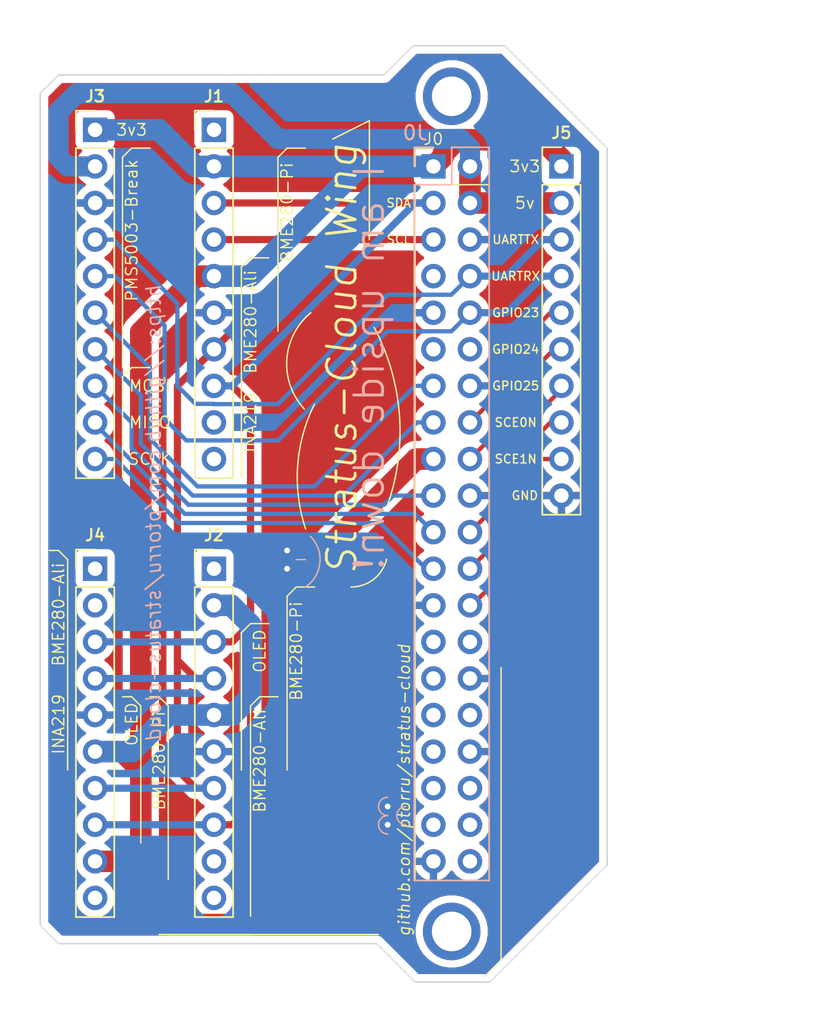
<source format=kicad_pcb>
(kicad_pcb (version 20171130) (host pcbnew 5.1.10-88a1d61d58~90~ubuntu20.04.1)

  (general
    (thickness 1.6002)
    (drawings 101)
    (tracks 160)
    (zones 0)
    (modules 6)
    (nets 18)
  )

  (page A4)
  (title_block
    (rev 1)
  )

  (layers
    (0 Front signal)
    (31 Back signal hide)
    (34 B.Paste user)
    (35 F.Paste user hide)
    (36 B.SilkS user)
    (37 F.SilkS user)
    (38 B.Mask user)
    (39 F.Mask user)
    (44 Edge.Cuts user)
    (45 Margin user)
    (46 B.CrtYd user)
    (47 F.CrtYd user)
    (49 F.Fab user)
  )

  (setup
    (last_trace_width 0.5)
    (user_trace_width 0.1)
    (user_trace_width 0.2)
    (user_trace_width 0.5)
    (trace_clearance 0.25)
    (zone_clearance 0.508)
    (zone_45_only no)
    (trace_min 0.1)
    (via_size 0.8)
    (via_drill 0.4)
    (via_min_size 0.45)
    (via_min_drill 0.2)
    (user_via 0.45 0.2)
    (user_via 0.8 0.4)
    (uvia_size 0.8)
    (uvia_drill 0.4)
    (uvias_allowed no)
    (uvia_min_size 0)
    (uvia_min_drill 0)
    (edge_width 0.1)
    (segment_width 0.1)
    (pcb_text_width 0.3)
    (pcb_text_size 1.5 1.5)
    (mod_edge_width 0.1)
    (mod_text_size 0.8 0.8)
    (mod_text_width 0.1)
    (pad_size 1.524 1.524)
    (pad_drill 0.762)
    (pad_to_mask_clearance 0)
    (solder_mask_min_width 0.1)
    (aux_axis_origin 0 0)
    (grid_origin 166.37 85.09)
    (visible_elements FFFFFF7F)
    (pcbplotparams
      (layerselection 0x010fc_ffffffff)
      (usegerberextensions false)
      (usegerberattributes false)
      (usegerberadvancedattributes false)
      (creategerberjobfile false)
      (excludeedgelayer true)
      (linewidth 0.152400)
      (plotframeref false)
      (viasonmask false)
      (mode 1)
      (useauxorigin false)
      (hpglpennumber 1)
      (hpglpenspeed 20)
      (hpglpendiameter 15.000000)
      (psnegative false)
      (psa4output false)
      (plotreference true)
      (plotvalue false)
      (plotinvisibletext false)
      (padsonsilk false)
      (subtractmaskfromsilk true)
      (outputformat 1)
      (mirror false)
      (drillshape 0)
      (scaleselection 1)
      (outputdirectory "./gerbers_for_aisler"))
  )

  (net 0 "")
  (net 1 GND)
  (net 2 "Net-(J0-Pad26)")
  (net 3 "Net-(J0-Pad24)")
  (net 4 GPIO11-SCLK)
  (net 5 "Net-(J0-Pad22)")
  (net 6 GPIO9-MISO)
  (net 7 GPIO10-MOSI)
  (net 8 "Net-(J0-Pad18)")
  (net 9 +3V3)
  (net 10 "Net-(J0-Pad16)")
  (net 11 GPIO22-EN)
  (net 12 GPIO27-RESET)
  (net 13 URX)
  (net 14 UTX)
  (net 15 SCL)
  (net 16 +5V)
  (net 17 SDA)

  (net_class Default "This is the default net class."
    (clearance 0.25)
    (trace_width 0.3)
    (via_dia 0.8)
    (via_drill 0.4)
    (uvia_dia 0.8)
    (uvia_drill 0.4)
    (diff_pair_width 0.25)
    (diff_pair_gap 0.25)
    (add_net GPIO10-MOSI)
    (add_net GPIO11-SCLK)
    (add_net GPIO22-EN)
    (add_net GPIO27-RESET)
    (add_net GPIO9-MISO)
    (add_net "Net-(J0-Pad16)")
    (add_net "Net-(J0-Pad18)")
    (add_net "Net-(J0-Pad22)")
    (add_net "Net-(J0-Pad24)")
    (add_net "Net-(J0-Pad26)")
    (add_net SCL)
    (add_net SDA)
    (add_net URX)
    (add_net UTX)
  )

  (net_class Min ""
    (clearance 0.1)
    (trace_width 0.1)
    (via_dia 0.45)
    (via_drill 0.2)
    (uvia_dia 0.45)
    (uvia_drill 0.2)
    (diff_pair_width 0.12)
    (diff_pair_gap 0.12)
  )

  (net_class Power ""
    (clearance 0.25)
    (trace_width 1.5)
    (via_dia 0.8)
    (via_drill 0.4)
    (uvia_dia 0.8)
    (uvia_drill 0.4)
    (diff_pair_width 0.25)
    (diff_pair_gap 0.25)
    (add_net +3V3)
    (add_net +5V)
    (add_net GND)
  )

  (module Connector_PinSocket_2.54mm:PinSocket_2x20_P2.54mm_Vertical locked (layer Back) (tedit 5A19A433) (tstamp 6158CA53)
    (at 165.1 60.96 180)
    (descr "Through hole straight socket strip, 2x20, 2.54mm pitch, double cols (from Kicad 4.0.7), script generated")
    (tags "Through hole socket strip THT 2x20 2.54mm double row")
    (path /61581B1A)
    (fp_text reference J0 (at 1.27 2.33) (layer B.SilkS)
      (effects (font (size 1 1) (thickness 0.15)) (justify mirror))
    )
    (fp_text value Conn_02x40_Odd_Even (at 1.27 -50.59) (layer B.Fab) hide
      (effects (font (size 1 1) (thickness 0.15)) (justify mirror))
    )
    (fp_text user %R (at 1.27 -24.13 270) (layer B.Fab)
      (effects (font (size 1 1) (thickness 0.15)) (justify mirror))
    )
    (fp_line (start -3.81 1.27) (end 0.27 1.27) (layer B.Fab) (width 0.1))
    (fp_line (start 0.27 1.27) (end 1.27 0.27) (layer B.Fab) (width 0.1))
    (fp_line (start 1.27 0.27) (end 1.27 -49.53) (layer B.Fab) (width 0.1))
    (fp_line (start 1.27 -49.53) (end -3.81 -49.53) (layer B.Fab) (width 0.1))
    (fp_line (start -3.81 -49.53) (end -3.81 1.27) (layer B.Fab) (width 0.1))
    (fp_line (start -3.87 1.33) (end -1.27 1.33) (layer B.SilkS) (width 0.12))
    (fp_line (start -3.87 1.33) (end -3.87 -49.59) (layer B.SilkS) (width 0.12))
    (fp_line (start -3.87 -49.59) (end 1.33 -49.59) (layer B.SilkS) (width 0.12))
    (fp_line (start 1.33 -1.27) (end 1.33 -49.59) (layer B.SilkS) (width 0.12))
    (fp_line (start -1.27 -1.27) (end 1.33 -1.27) (layer B.SilkS) (width 0.12))
    (fp_line (start -1.27 1.33) (end -1.27 -1.27) (layer B.SilkS) (width 0.12))
    (fp_line (start 1.33 1.33) (end 1.33 0) (layer B.SilkS) (width 0.12))
    (fp_line (start 0 1.33) (end 1.33 1.33) (layer B.SilkS) (width 0.12))
    (fp_line (start -4.34 1.8) (end 1.76 1.8) (layer B.CrtYd) (width 0.05))
    (fp_line (start 1.76 1.8) (end 1.76 -50) (layer B.CrtYd) (width 0.05))
    (fp_line (start 1.76 -50) (end -4.34 -50) (layer B.CrtYd) (width 0.05))
    (fp_line (start -4.34 -50) (end -4.34 1.8) (layer B.CrtYd) (width 0.05))
    (pad 40 thru_hole oval (at -2.54 -48.26 180) (size 1.7 1.7) (drill 1) (layers *.Cu *.Mask))
    (pad 39 thru_hole oval (at 0 -48.26 180) (size 1.7 1.7) (drill 1) (layers *.Cu *.Mask)
      (net 1 GND))
    (pad 38 thru_hole oval (at -2.54 -45.72 180) (size 1.7 1.7) (drill 1) (layers *.Cu *.Mask))
    (pad 37 thru_hole oval (at 0 -45.72 180) (size 1.7 1.7) (drill 1) (layers *.Cu *.Mask))
    (pad 36 thru_hole oval (at -2.54 -43.18 180) (size 1.7 1.7) (drill 1) (layers *.Cu *.Mask))
    (pad 35 thru_hole oval (at 0 -43.18 180) (size 1.7 1.7) (drill 1) (layers *.Cu *.Mask))
    (pad 34 thru_hole oval (at -2.54 -40.64 180) (size 1.7 1.7) (drill 1) (layers *.Cu *.Mask)
      (net 1 GND))
    (pad 33 thru_hole oval (at 0 -40.64 180) (size 1.7 1.7) (drill 1) (layers *.Cu *.Mask))
    (pad 32 thru_hole oval (at -2.54 -38.1 180) (size 1.7 1.7) (drill 1) (layers *.Cu *.Mask))
    (pad 31 thru_hole oval (at 0 -38.1 180) (size 1.7 1.7) (drill 1) (layers *.Cu *.Mask))
    (pad 30 thru_hole oval (at -2.54 -35.56 180) (size 1.7 1.7) (drill 1) (layers *.Cu *.Mask)
      (net 1 GND))
    (pad 29 thru_hole oval (at 0 -35.56 180) (size 1.7 1.7) (drill 1) (layers *.Cu *.Mask))
    (pad 28 thru_hole oval (at -2.54 -33.02 180) (size 1.7 1.7) (drill 1) (layers *.Cu *.Mask))
    (pad 27 thru_hole oval (at 0 -33.02 180) (size 1.7 1.7) (drill 1) (layers *.Cu *.Mask))
    (pad 26 thru_hole oval (at -2.54 -30.48 180) (size 1.7 1.7) (drill 1) (layers *.Cu *.Mask)
      (net 2 "Net-(J0-Pad26)"))
    (pad 25 thru_hole oval (at 0 -30.48 180) (size 1.7 1.7) (drill 1) (layers *.Cu *.Mask)
      (net 1 GND))
    (pad 24 thru_hole oval (at -2.54 -27.94 180) (size 1.7 1.7) (drill 1) (layers *.Cu *.Mask)
      (net 3 "Net-(J0-Pad24)"))
    (pad 23 thru_hole oval (at 0 -27.94 180) (size 1.7 1.7) (drill 1) (layers *.Cu *.Mask)
      (net 4 GPIO11-SCLK))
    (pad 22 thru_hole oval (at -2.54 -25.4 180) (size 1.7 1.7) (drill 1) (layers *.Cu *.Mask)
      (net 5 "Net-(J0-Pad22)"))
    (pad 21 thru_hole oval (at 0 -25.4 180) (size 1.7 1.7) (drill 1) (layers *.Cu *.Mask)
      (net 6 GPIO9-MISO))
    (pad 20 thru_hole oval (at -2.54 -22.86 180) (size 1.7 1.7) (drill 1) (layers *.Cu *.Mask)
      (net 1 GND))
    (pad 19 thru_hole oval (at 0 -22.86 180) (size 1.7 1.7) (drill 1) (layers *.Cu *.Mask)
      (net 7 GPIO10-MOSI))
    (pad 18 thru_hole oval (at -2.54 -20.32 180) (size 1.7 1.7) (drill 1) (layers *.Cu *.Mask)
      (net 8 "Net-(J0-Pad18)"))
    (pad 17 thru_hole oval (at 0 -20.32 180) (size 1.7 1.7) (drill 1) (layers *.Cu *.Mask)
      (net 9 +3V3))
    (pad 16 thru_hole oval (at -2.54 -17.78 180) (size 1.7 1.7) (drill 1) (layers *.Cu *.Mask)
      (net 10 "Net-(J0-Pad16)"))
    (pad 15 thru_hole oval (at 0 -17.78 180) (size 1.7 1.7) (drill 1) (layers *.Cu *.Mask)
      (net 11 GPIO22-EN))
    (pad 14 thru_hole oval (at -2.54 -15.24 180) (size 1.7 1.7) (drill 1) (layers *.Cu *.Mask)
      (net 1 GND))
    (pad 13 thru_hole oval (at 0 -15.24 180) (size 1.7 1.7) (drill 1) (layers *.Cu *.Mask)
      (net 12 GPIO27-RESET))
    (pad 12 thru_hole oval (at -2.54 -12.7 180) (size 1.7 1.7) (drill 1) (layers *.Cu *.Mask))
    (pad 11 thru_hole oval (at 0 -12.7 180) (size 1.7 1.7) (drill 1) (layers *.Cu *.Mask))
    (pad 10 thru_hole oval (at -2.54 -10.16 180) (size 1.7 1.7) (drill 1) (layers *.Cu *.Mask)
      (net 13 URX))
    (pad 9 thru_hole oval (at 0 -10.16 180) (size 1.7 1.7) (drill 1) (layers *.Cu *.Mask)
      (net 1 GND))
    (pad 8 thru_hole oval (at -2.54 -7.62 180) (size 1.7 1.7) (drill 1) (layers *.Cu *.Mask)
      (net 14 UTX))
    (pad 7 thru_hole oval (at 0 -7.62 180) (size 1.7 1.7) (drill 1) (layers *.Cu *.Mask))
    (pad 6 thru_hole oval (at -2.54 -5.08 180) (size 1.7 1.7) (drill 1) (layers *.Cu *.Mask)
      (net 1 GND))
    (pad 5 thru_hole oval (at 0 -5.08 180) (size 1.7 1.7) (drill 1) (layers *.Cu *.Mask)
      (net 15 SCL))
    (pad 4 thru_hole oval (at -2.54 -2.54 180) (size 1.7 1.7) (drill 1) (layers *.Cu *.Mask)
      (net 16 +5V))
    (pad 3 thru_hole oval (at 0 -2.54 180) (size 1.7 1.7) (drill 1) (layers *.Cu *.Mask)
      (net 17 SDA))
    (pad 2 thru_hole oval (at -2.54 0 180) (size 1.7 1.7) (drill 1) (layers *.Cu *.Mask)
      (net 16 +5V))
    (pad 1 thru_hole rect (at 0 0 180) (size 1.7 1.7) (drill 1) (layers *.Cu *.Mask)
      (net 9 +3V3))
    (model ${KISYS3DMOD}/Connector_PinSocket_2.54mm.3dshapes/PinSocket_2x20_P2.54mm_Vertical.wrl
      (at (xyz 0 0 0))
      (scale (xyz 1 1 1))
      (rotate (xyz 0 0 0))
    )
  )

  (module Connector_PinHeader_2.54mm:PinHeader_1x10_P2.54mm_Vertical locked (layer Front) (tedit 59FED5CC) (tstamp 6158CADF)
    (at 173.99 60.96)
    (descr "Through hole straight pin header, 1x10, 2.54mm pitch, single row")
    (tags "Through hole pin header THT 1x10 2.54mm single row")
    (path /618D68F0)
    (fp_text reference J5 (at 0 -2.33) (layer F.SilkS)
      (effects (font (size 0.8 0.8) (thickness 0.15)))
    )
    (fp_text value Conn_01x10 (at 0 25.19) (layer F.Fab) hide
      (effects (font (size 1 1) (thickness 0.15)))
    )
    (fp_text user %R (at 0 11.43 90) (layer F.Fab)
      (effects (font (size 1 1) (thickness 0.15)))
    )
    (fp_line (start -0.635 -1.27) (end 1.27 -1.27) (layer F.Fab) (width 0.1))
    (fp_line (start 1.27 -1.27) (end 1.27 24.13) (layer F.Fab) (width 0.1))
    (fp_line (start 1.27 24.13) (end -1.27 24.13) (layer F.Fab) (width 0.1))
    (fp_line (start -1.27 24.13) (end -1.27 -0.635) (layer F.Fab) (width 0.1))
    (fp_line (start -1.27 -0.635) (end -0.635 -1.27) (layer F.Fab) (width 0.1))
    (fp_line (start -1.33 24.19) (end 1.33 24.19) (layer F.SilkS) (width 0.12))
    (fp_line (start -1.33 1.27) (end -1.33 24.19) (layer F.SilkS) (width 0.12))
    (fp_line (start 1.33 1.27) (end 1.33 24.19) (layer F.SilkS) (width 0.12))
    (fp_line (start -1.33 1.27) (end 1.33 1.27) (layer F.SilkS) (width 0.12))
    (fp_line (start -1.33 0) (end -1.33 -1.33) (layer F.SilkS) (width 0.12))
    (fp_line (start -1.33 -1.33) (end 0 -1.33) (layer F.SilkS) (width 0.12))
    (fp_line (start -1.8 -1.8) (end -1.8 24.65) (layer F.CrtYd) (width 0.05))
    (fp_line (start -1.8 24.65) (end 1.8 24.65) (layer F.CrtYd) (width 0.05))
    (fp_line (start 1.8 24.65) (end 1.8 -1.8) (layer F.CrtYd) (width 0.05))
    (fp_line (start 1.8 -1.8) (end -1.8 -1.8) (layer F.CrtYd) (width 0.05))
    (pad 10 thru_hole oval (at 0 22.86) (size 1.7 1.7) (drill 1) (layers *.Cu *.Mask)
      (net 1 GND))
    (pad 9 thru_hole oval (at 0 20.32) (size 1.7 1.7) (drill 1) (layers *.Cu *.Mask)
      (net 2 "Net-(J0-Pad26)"))
    (pad 8 thru_hole oval (at 0 17.78) (size 1.7 1.7) (drill 1) (layers *.Cu *.Mask)
      (net 3 "Net-(J0-Pad24)"))
    (pad 7 thru_hole oval (at 0 15.24) (size 1.7 1.7) (drill 1) (layers *.Cu *.Mask)
      (net 5 "Net-(J0-Pad22)"))
    (pad 6 thru_hole oval (at 0 12.7) (size 1.7 1.7) (drill 1) (layers *.Cu *.Mask)
      (net 8 "Net-(J0-Pad18)"))
    (pad 5 thru_hole oval (at 0 10.16) (size 1.7 1.7) (drill 1) (layers *.Cu *.Mask)
      (net 10 "Net-(J0-Pad16)"))
    (pad 4 thru_hole oval (at 0 7.62) (size 1.7 1.7) (drill 1) (layers *.Cu *.Mask)
      (net 13 URX))
    (pad 3 thru_hole oval (at 0 5.08) (size 1.7 1.7) (drill 1) (layers *.Cu *.Mask)
      (net 14 UTX))
    (pad 2 thru_hole oval (at 0 2.54) (size 1.7 1.7) (drill 1) (layers *.Cu *.Mask)
      (net 16 +5V))
    (pad 1 thru_hole rect (at 0 0) (size 1.7 1.7) (drill 1) (layers *.Cu *.Mask)
      (net 9 +3V3))
    (model ${KISYS3DMOD}/Connector_PinHeader_2.54mm.3dshapes/PinHeader_1x10_P2.54mm_Vertical.wrl
      (at (xyz 0 0 0))
      (scale (xyz 1 1 1))
      (rotate (xyz 0 0 0))
    )
  )

  (module Connector_PinHeader_2.54mm:PinHeader_1x10_P2.54mm_Vertical locked (layer Front) (tedit 59FED5CC) (tstamp 6158CA8B)
    (at 149.86 88.9)
    (descr "Through hole straight pin header, 1x10, 2.54mm pitch, single row")
    (tags "Through hole pin header THT 1x10 2.54mm single row")
    (path /615899EE)
    (fp_text reference J2 (at 0 -2.33) (layer F.SilkS)
      (effects (font (size 0.8 0.8) (thickness 0.15)))
    )
    (fp_text value Conn_01x10 (at 0 25.19) (layer F.Fab) hide
      (effects (font (size 1 1) (thickness 0.15)))
    )
    (fp_text user %R (at 0 11.43 90) (layer F.Fab)
      (effects (font (size 1 1) (thickness 0.15)))
    )
    (fp_line (start -0.635 -1.27) (end 1.27 -1.27) (layer F.Fab) (width 0.1))
    (fp_line (start 1.27 -1.27) (end 1.27 24.13) (layer F.Fab) (width 0.1))
    (fp_line (start 1.27 24.13) (end -1.27 24.13) (layer F.Fab) (width 0.1))
    (fp_line (start -1.27 24.13) (end -1.27 -0.635) (layer F.Fab) (width 0.1))
    (fp_line (start -1.27 -0.635) (end -0.635 -1.27) (layer F.Fab) (width 0.1))
    (fp_line (start -1.33 24.19) (end 1.33 24.19) (layer F.SilkS) (width 0.12))
    (fp_line (start -1.33 1.27) (end -1.33 24.19) (layer F.SilkS) (width 0.12))
    (fp_line (start 1.33 1.27) (end 1.33 24.19) (layer F.SilkS) (width 0.12))
    (fp_line (start -1.33 1.27) (end 1.33 1.27) (layer F.SilkS) (width 0.12))
    (fp_line (start -1.33 0) (end -1.33 -1.33) (layer F.SilkS) (width 0.12))
    (fp_line (start -1.33 -1.33) (end 0 -1.33) (layer F.SilkS) (width 0.12))
    (fp_line (start -1.8 -1.8) (end -1.8 24.65) (layer F.CrtYd) (width 0.05))
    (fp_line (start -1.8 24.65) (end 1.8 24.65) (layer F.CrtYd) (width 0.05))
    (fp_line (start 1.8 24.65) (end 1.8 -1.8) (layer F.CrtYd) (width 0.05))
    (fp_line (start 1.8 -1.8) (end -1.8 -1.8) (layer F.CrtYd) (width 0.05))
    (pad 10 thru_hole oval (at 0 22.86) (size 1.7 1.7) (drill 1) (layers *.Cu *.Mask))
    (pad 9 thru_hole oval (at 0 20.32) (size 1.7 1.7) (drill 1) (layers *.Cu *.Mask))
    (pad 8 thru_hole oval (at 0 17.78) (size 1.7 1.7) (drill 1) (layers *.Cu *.Mask)
      (net 17 SDA))
    (pad 7 thru_hole oval (at 0 15.24) (size 1.7 1.7) (drill 1) (layers *.Cu *.Mask)
      (net 15 SCL))
    (pad 6 thru_hole oval (at 0 12.7) (size 1.7 1.7) (drill 1) (layers *.Cu *.Mask)
      (net 1 GND))
    (pad 5 thru_hole oval (at 0 10.16) (size 1.7 1.7) (drill 1) (layers *.Cu *.Mask)
      (net 9 +3V3))
    (pad 4 thru_hole oval (at 0 7.62) (size 1.7 1.7) (drill 1) (layers *.Cu *.Mask)
      (net 15 SCL))
    (pad 3 thru_hole oval (at 0 5.08) (size 1.7 1.7) (drill 1) (layers *.Cu *.Mask)
      (net 17 SDA))
    (pad 2 thru_hole oval (at 0 2.54) (size 1.7 1.7) (drill 1) (layers *.Cu *.Mask)
      (net 9 +3V3))
    (pad 1 thru_hole rect (at 0 0) (size 1.7 1.7) (drill 1) (layers *.Cu *.Mask))
    (model ${KISYS3DMOD}/Connector_PinHeader_2.54mm.3dshapes/PinHeader_1x10_P2.54mm_Vertical.wrl
      (at (xyz 0 0 0))
      (scale (xyz 1 1 1))
      (rotate (xyz 0 0 0))
    )
  )

  (module Connector_PinHeader_2.54mm:PinHeader_1x10_P2.54mm_Vertical locked (layer Front) (tedit 59FED5CC) (tstamp 6158CAC3)
    (at 141.605 88.9)
    (descr "Through hole straight pin header, 1x10, 2.54mm pitch, single row")
    (tags "Through hole pin header THT 1x10 2.54mm single row")
    (path /61653B00)
    (fp_text reference J4 (at 0 -2.33) (layer F.SilkS)
      (effects (font (size 0.8 0.8) (thickness 0.15)))
    )
    (fp_text value Conn_01x10 (at 0 25.19) (layer F.Fab) hide
      (effects (font (size 1 1) (thickness 0.15)))
    )
    (fp_line (start 1.8 -1.8) (end -1.8 -1.8) (layer F.CrtYd) (width 0.05))
    (fp_line (start 1.8 24.65) (end 1.8 -1.8) (layer F.CrtYd) (width 0.05))
    (fp_line (start -1.8 24.65) (end 1.8 24.65) (layer F.CrtYd) (width 0.05))
    (fp_line (start -1.8 -1.8) (end -1.8 24.65) (layer F.CrtYd) (width 0.05))
    (fp_line (start -1.33 -1.33) (end 0 -1.33) (layer F.SilkS) (width 0.12))
    (fp_line (start -1.33 0) (end -1.33 -1.33) (layer F.SilkS) (width 0.12))
    (fp_line (start -1.33 1.27) (end 1.33 1.27) (layer F.SilkS) (width 0.12))
    (fp_line (start 1.33 1.27) (end 1.33 24.19) (layer F.SilkS) (width 0.12))
    (fp_line (start -1.33 1.27) (end -1.33 24.19) (layer F.SilkS) (width 0.12))
    (fp_line (start -1.33 24.19) (end 1.33 24.19) (layer F.SilkS) (width 0.12))
    (fp_line (start -1.27 -0.635) (end -0.635 -1.27) (layer F.Fab) (width 0.1))
    (fp_line (start -1.27 24.13) (end -1.27 -0.635) (layer F.Fab) (width 0.1))
    (fp_line (start 1.27 24.13) (end -1.27 24.13) (layer F.Fab) (width 0.1))
    (fp_line (start 1.27 -1.27) (end 1.27 24.13) (layer F.Fab) (width 0.1))
    (fp_line (start -0.635 -1.27) (end 1.27 -1.27) (layer F.Fab) (width 0.1))
    (fp_text user %R (at 0 11.43 90) (layer F.Fab)
      (effects (font (size 1 1) (thickness 0.15)))
    )
    (pad 1 thru_hole rect (at 0 0) (size 1.7 1.7) (drill 1) (layers *.Cu *.Mask))
    (pad 2 thru_hole oval (at 0 2.54) (size 1.7 1.7) (drill 1) (layers *.Cu *.Mask))
    (pad 3 thru_hole oval (at 0 5.08) (size 1.7 1.7) (drill 1) (layers *.Cu *.Mask)
      (net 17 SDA))
    (pad 4 thru_hole oval (at 0 7.62) (size 1.7 1.7) (drill 1) (layers *.Cu *.Mask)
      (net 15 SCL))
    (pad 5 thru_hole oval (at 0 10.16) (size 1.7 1.7) (drill 1) (layers *.Cu *.Mask)
      (net 1 GND))
    (pad 6 thru_hole oval (at 0 12.7) (size 1.7 1.7) (drill 1) (layers *.Cu *.Mask)
      (net 9 +3V3))
    (pad 7 thru_hole oval (at 0 15.24) (size 1.7 1.7) (drill 1) (layers *.Cu *.Mask)
      (net 15 SCL))
    (pad 8 thru_hole oval (at 0 17.78) (size 1.7 1.7) (drill 1) (layers *.Cu *.Mask)
      (net 17 SDA))
    (pad 9 thru_hole oval (at 0 20.32) (size 1.7 1.7) (drill 1) (layers *.Cu *.Mask)
      (net 9 +3V3))
    (pad 10 thru_hole oval (at 0 22.86) (size 1.7 1.7) (drill 1) (layers *.Cu *.Mask))
    (model ${KISYS3DMOD}/Connector_PinHeader_2.54mm.3dshapes/PinHeader_1x10_P2.54mm_Vertical.wrl
      (at (xyz 0 0 0))
      (scale (xyz 1 1 1))
      (rotate (xyz 0 0 0))
    )
  )

  (module Connector_PinHeader_2.54mm:PinHeader_1x10_P2.54mm_Vertical locked (layer Front) (tedit 59FED5CC) (tstamp 615902FC)
    (at 141.605 58.42)
    (descr "Through hole straight pin header, 1x10, 2.54mm pitch, single row")
    (tags "Through hole pin header THT 1x10 2.54mm single row")
    (path /6158708D)
    (fp_text reference J3 (at 0 -2.33) (layer F.SilkS)
      (effects (font (size 0.8 0.8) (thickness 0.15)))
    )
    (fp_text value Conn_01x10 (at 0 25.19) (layer F.Fab) hide
      (effects (font (size 1 1) (thickness 0.15)))
    )
    (fp_text user %R (at 0 11.43 90) (layer F.Fab) hide
      (effects (font (size 1 1) (thickness 0.15)))
    )
    (fp_line (start -0.635 -1.27) (end 1.27 -1.27) (layer F.Fab) (width 0.1))
    (fp_line (start 1.27 -1.27) (end 1.27 24.13) (layer F.Fab) (width 0.1))
    (fp_line (start 1.27 24.13) (end -1.27 24.13) (layer F.Fab) (width 0.1))
    (fp_line (start -1.27 24.13) (end -1.27 -0.635) (layer F.Fab) (width 0.1))
    (fp_line (start -1.27 -0.635) (end -0.635 -1.27) (layer F.Fab) (width 0.1))
    (fp_line (start -1.33 24.19) (end 1.33 24.19) (layer F.SilkS) (width 0.12))
    (fp_line (start -1.33 1.27) (end -1.33 24.19) (layer F.SilkS) (width 0.12))
    (fp_line (start 1.33 1.27) (end 1.33 24.19) (layer F.SilkS) (width 0.12))
    (fp_line (start -1.33 1.27) (end 1.33 1.27) (layer F.SilkS) (width 0.12))
    (fp_line (start -1.33 0) (end -1.33 -1.33) (layer F.SilkS) (width 0.12))
    (fp_line (start -1.33 -1.33) (end 0 -1.33) (layer F.SilkS) (width 0.12))
    (fp_line (start -1.8 -1.8) (end -1.8 24.65) (layer F.CrtYd) (width 0.05))
    (fp_line (start -1.8 24.65) (end 1.8 24.65) (layer F.CrtYd) (width 0.05))
    (fp_line (start 1.8 24.65) (end 1.8 -1.8) (layer F.CrtYd) (width 0.05))
    (fp_line (start 1.8 -1.8) (end -1.8 -1.8) (layer F.CrtYd) (width 0.05))
    (pad 10 thru_hole oval (at 0 22.86) (size 1.7 1.7) (drill 1) (layers *.Cu *.Mask)
      (net 4 GPIO11-SCLK))
    (pad 9 thru_hole oval (at 0 20.32) (size 1.7 1.7) (drill 1) (layers *.Cu *.Mask)
      (net 6 GPIO9-MISO))
    (pad 8 thru_hole oval (at 0 17.78) (size 1.7 1.7) (drill 1) (layers *.Cu *.Mask)
      (net 7 GPIO10-MOSI))
    (pad 7 thru_hole oval (at 0 15.24) (size 1.7 1.7) (drill 1) (layers *.Cu *.Mask)
      (net 11 GPIO22-EN))
    (pad 6 thru_hole oval (at 0 12.7) (size 1.7 1.7) (drill 1) (layers *.Cu *.Mask)
      (net 12 GPIO27-RESET))
    (pad 5 thru_hole oval (at 0 10.16) (size 1.7 1.7) (drill 1) (layers *.Cu *.Mask)
      (net 13 URX))
    (pad 4 thru_hole oval (at 0 7.62) (size 1.7 1.7) (drill 1) (layers *.Cu *.Mask)
      (net 14 UTX))
    (pad 3 thru_hole oval (at 0 5.08) (size 1.7 1.7) (drill 1) (layers *.Cu *.Mask)
      (net 1 GND))
    (pad 2 thru_hole oval (at 0 2.54) (size 1.7 1.7) (drill 1) (layers *.Cu *.Mask)
      (net 16 +5V))
    (pad 1 thru_hole rect (at 0 0) (size 1.7 1.7) (drill 1) (layers *.Cu *.Mask)
      (net 9 +3V3))
    (model ${KISYS3DMOD}/Connector_PinHeader_2.54mm.3dshapes/PinHeader_1x10_P2.54mm_Vertical.wrl
      (at (xyz 0 0 0))
      (scale (xyz 1 1 1))
      (rotate (xyz 0 0 0))
    )
  )

  (module Connector_PinHeader_2.54mm:PinHeader_1x10_P2.54mm_Vertical locked (layer Front) (tedit 59FED5CC) (tstamp 6158CA6F)
    (at 149.86 58.42)
    (descr "Through hole straight pin header, 1x10, 2.54mm pitch, single row")
    (tags "Through hole pin header THT 1x10 2.54mm single row")
    (path /61658805)
    (fp_text reference J1 (at 0 -2.33) (layer F.SilkS)
      (effects (font (size 0.8 0.8) (thickness 0.15)))
    )
    (fp_text value Conn_01x08 (at 0 25.19) (layer F.Fab) hide
      (effects (font (size 1 1) (thickness 0.15)))
    )
    (fp_text user %R (at 0 11.43 90) (layer F.Fab)
      (effects (font (size 1 1) (thickness 0.15)))
    )
    (fp_line (start -0.635 -1.27) (end 1.27 -1.27) (layer F.Fab) (width 0.1))
    (fp_line (start 1.27 -1.27) (end 1.27 24.13) (layer F.Fab) (width 0.1))
    (fp_line (start 1.27 24.13) (end -1.27 24.13) (layer F.Fab) (width 0.1))
    (fp_line (start -1.27 24.13) (end -1.27 -0.635) (layer F.Fab) (width 0.1))
    (fp_line (start -1.27 -0.635) (end -0.635 -1.27) (layer F.Fab) (width 0.1))
    (fp_line (start -1.33 24.19) (end 1.33 24.19) (layer F.SilkS) (width 0.12))
    (fp_line (start -1.33 1.27) (end -1.33 24.19) (layer F.SilkS) (width 0.12))
    (fp_line (start 1.33 1.27) (end 1.33 24.19) (layer F.SilkS) (width 0.12))
    (fp_line (start -1.33 1.27) (end 1.33 1.27) (layer F.SilkS) (width 0.12))
    (fp_line (start -1.33 0) (end -1.33 -1.33) (layer F.SilkS) (width 0.12))
    (fp_line (start -1.33 -1.33) (end 0 -1.33) (layer F.SilkS) (width 0.12))
    (fp_line (start -1.8 -1.8) (end -1.8 24.65) (layer F.CrtYd) (width 0.05))
    (fp_line (start -1.8 24.65) (end 1.8 24.65) (layer F.CrtYd) (width 0.05))
    (fp_line (start 1.8 24.65) (end 1.8 -1.8) (layer F.CrtYd) (width 0.05))
    (fp_line (start 1.8 -1.8) (end -1.8 -1.8) (layer F.CrtYd) (width 0.05))
    (pad 10 thru_hole oval (at 0 22.86) (size 1.7 1.7) (drill 1) (layers *.Cu *.Mask))
    (pad 9 thru_hole oval (at 0 20.32) (size 1.7 1.7) (drill 1) (layers *.Cu *.Mask))
    (pad 8 thru_hole oval (at 0 17.78) (size 1.7 1.7) (drill 1) (layers *.Cu *.Mask)
      (net 17 SDA))
    (pad 7 thru_hole oval (at 0 15.24) (size 1.7 1.7) (drill 1) (layers *.Cu *.Mask)
      (net 15 SCL))
    (pad 6 thru_hole oval (at 0 12.7) (size 1.7 1.7) (drill 1) (layers *.Cu *.Mask)
      (net 1 GND))
    (pad 5 thru_hole oval (at 0 10.16) (size 1.7 1.7) (drill 1) (layers *.Cu *.Mask)
      (net 9 +3V3))
    (pad 4 thru_hole oval (at 0 7.62) (size 1.7 1.7) (drill 1) (layers *.Cu *.Mask)
      (net 15 SCL))
    (pad 3 thru_hole oval (at 0 5.08) (size 1.7 1.7) (drill 1) (layers *.Cu *.Mask)
      (net 17 SDA))
    (pad 2 thru_hole oval (at 0 2.54) (size 1.7 1.7) (drill 1) (layers *.Cu *.Mask)
      (net 9 +3V3))
    (pad 1 thru_hole rect (at 0 0) (size 1.7 1.7) (drill 1) (layers *.Cu *.Mask))
    (model ${KISYS3DMOD}/Connector_PinHeader_2.54mm.3dshapes/PinHeader_1x10_P2.54mm_Vertical.wrl
      (at (xyz 0 0 0))
      (scale (xyz 1 1 1))
      (rotate (xyz 0 0 0))
    )
  )

  (gr_arc (start 159.512 74.676) (end 156.591 71.12) (angle -93.55392551) (layer F.SilkS) (width 0.1))
  (gr_text github.com/ptorru/stratus-cloud (at 163.068 104.267 90) (layer F.SilkS)
    (effects (font (size 0.8 0.8) (thickness 0.1) italic))
  )
  (gr_text https://github.com/ptorru/stratus-cloud (at 145.669 84.963 90) (layer B.SilkS)
    (effects (font (size 1 1) (thickness 0.125) italic) (justify mirror))
  )
  (gr_line (start 161.163 114.935) (end 163.83 117.602) (layer Edge.Cuts) (width 0.1) (tstamp 615977B7))
  (gr_line (start 177.165 109.474) (end 169.037 117.602) (layer Edge.Cuts) (width 0.1) (tstamp 615977B4))
  (gr_line (start 163.83 117.602) (end 169.037 117.602) (layer Edge.Cuts) (width 0.1) (tstamp 615977B3))
  (gr_line (start 161.671 54.61) (end 163.703 52.578) (layer Edge.Cuts) (width 0.1) (tstamp 615977A2))
  (gr_line (start 151.765 54.61) (end 161.671 54.61) (layer Edge.Cuts) (width 0.1))
  (dimension 29 (width 0.1) (layer F.Fab) (tstamp 61597773)
    (gr_text "29.000 mm" (at 191.1063 70.59 270) (layer F.Fab) (tstamp 61597B04)
      (effects (font (size 0.8 0.8) (thickness 0.1)))
    )
    (feature1 (pts (xy 166.37 85.09) (xy 190.692721 85.09)))
    (feature2 (pts (xy 166.37 56.09) (xy 190.692721 56.09)))
    (crossbar (pts (xy 190.1063 56.09) (xy 190.1063 85.09)))
    (arrow1a (pts (xy 190.1063 85.09) (xy 189.519879 83.963496)))
    (arrow1b (pts (xy 190.1063 85.09) (xy 190.692721 83.963496)))
    (arrow2a (pts (xy 190.1063 56.09) (xy 189.519879 57.216504)))
    (arrow2b (pts (xy 190.1063 56.09) (xy 190.692721 57.216504)))
  )
  (dimension 29 (width 0.1) (layer F.Fab) (tstamp 61597760)
    (gr_text "29.000 mm" (at 191.1063 99.59 270) (layer F.Fab) (tstamp 61597AFE)
      (effects (font (size 0.8 0.8) (thickness 0.1)))
    )
    (feature1 (pts (xy 166.37 114.09) (xy 190.692721 114.09)))
    (feature2 (pts (xy 166.37 85.09) (xy 190.692721 85.09)))
    (crossbar (pts (xy 190.1063 85.09) (xy 190.1063 114.09)))
    (arrow1a (pts (xy 190.1063 114.09) (xy 189.519879 112.963496)))
    (arrow1b (pts (xy 190.1063 114.09) (xy 190.692721 112.963496)))
    (arrow2a (pts (xy 190.1063 85.09) (xy 189.519879 86.216504)))
    (arrow2b (pts (xy 190.1063 85.09) (xy 190.692721 86.216504)))
  )
  (gr_arc (start 163.195 106.045) (end 163.195 105.41) (angle -180) (layer B.SilkS) (width 0.1))
  (gr_arc (start 161.925 105.41) (end 161.925 104.775) (angle -180) (layer B.SilkS) (width 0.1) (tstamp 61591759))
  (gr_arc (start 161.925 106.68) (end 161.925 106.045) (angle -180) (layer B.SilkS) (width 0.1))
  (gr_arc (start 154.94 88.265) (end 156.209999 90.169999) (angle -101.3099394) (layer B.SilkS) (width 0.1))
  (gr_line (start 155.575 88.265) (end 156.21 88.265) (layer B.SilkS) (width 0.1))
  (gr_text "I am upside down!" (at 160.655 74.93 90) (layer B.SilkS)
    (effects (font (size 2 2) (thickness 0.2)) (justify mirror))
  )
  (gr_text J0 (at 165.1 59.055) (layer F.SilkS)
    (effects (font (size 0.8 0.8) (thickness 0.1)))
  )
  (gr_line (start 163.83 110.49) (end 163.83 62.23) (layer F.SilkS) (width 0.1) (tstamp 61591691))
  (gr_line (start 163.83 62.23) (end 168.91 62.23) (layer F.SilkS) (width 0.1))
  (gr_line (start 163.83 59.69) (end 163.83 60.96) (layer F.SilkS) (width 0.1))
  (gr_line (start 163.83 59.69) (end 165.1 59.69) (layer F.SilkS) (width 0.1))
  (gr_line (start 169.799 116.078) (end 169.799 95.758) (layer F.SilkS) (width 0.1))
  (gr_line (start 168.656 117.221) (end 169.799 116.078) (layer F.SilkS) (width 0.1))
  (gr_line (start 146.05 114.3) (end 161.29 114.3) (layer F.SilkS) (width 0.1))
  (gr_line (start 160.655 57.785) (end 158.115 59.055) (layer F.SilkS) (width 0.1))
  (gr_line (start 160.655 59.69) (end 160.655 57.785) (layer F.SilkS) (width 0.1))
  (gr_line (start 160.655 66.04) (end 160.655 59.69) (layer F.SilkS) (width 0.1))
  (gr_line (start 160.655 61.595) (end 160.655 66.04) (layer F.SilkS) (width 0.1))
  (gr_arc (start 147.32 79.375) (end 161.925 84.455) (angle -47.07628464) (layer F.SilkS) (width 0.1) (tstamp 61591639))
  (gr_arc (start 167.005 82.55) (end 156.845 77.47) (angle -45.00000319) (layer F.SilkS) (width 0.1))
  (gr_arc (start 159.385 87.63) (end 159.385 90.17) (angle -75.96374559) (layer F.SilkS) (width 0.1))
  (gr_text "Stratus-Cloud Wing" (at 158.75 74.295 90) (layer F.SilkS)
    (effects (font (size 2 2) (thickness 0.2) italic))
  )
  (gr_text SCL (at 162.687 66.04) (layer F.SilkS) (tstamp 615915C7)
    (effects (font (size 0.6 0.6) (thickness 0.1)))
  )
  (gr_text SDA (at 162.687 63.5) (layer F.SilkS) (tstamp 615915C7)
    (effects (font (size 0.6 0.6) (thickness 0.1)))
  )
  (gr_text UARTTX (at 170.815 66.04) (layer F.SilkS) (tstamp 615915C7)
    (effects (font (size 0.6 0.6) (thickness 0.1)))
  )
  (gr_text UARTRX (at 170.815 68.58) (layer F.SilkS) (tstamp 615915B5)
    (effects (font (size 0.6 0.6) (thickness 0.1)))
  )
  (gr_text GND (at 171.45 83.82) (layer F.SilkS) (tstamp 615915B5)
    (effects (font (size 0.6 0.6) (thickness 0.1)))
  )
  (gr_text SCE1N (at 170.815 81.28) (layer F.SilkS) (tstamp 615915B5)
    (effects (font (size 0.6 0.6) (thickness 0.1)))
  )
  (gr_text SCE0N (at 170.815 78.74) (layer F.SilkS) (tstamp 615915B5)
    (effects (font (size 0.6 0.6) (thickness 0.1)))
  )
  (gr_text GPIO24 (at 170.815 73.66) (layer F.SilkS) (tstamp 615915B5)
    (effects (font (size 0.6 0.6) (thickness 0.1)))
  )
  (gr_text GPIO25 (at 170.815 76.2) (layer F.SilkS) (tstamp 615915B5)
    (effects (font (size 0.6 0.6) (thickness 0.1)))
  )
  (gr_text GPIO23 (at 170.815 71.12) (layer F.SilkS)
    (effects (font (size 0.6 0.6) (thickness 0.1)))
  )
  (gr_text 3v3 (at 144.145 58.42) (layer F.SilkS)
    (effects (font (size 0.8 0.8) (thickness 0.1)))
  )
  (gr_text 5v (at 171.45 63.5) (layer F.SilkS)
    (effects (font (size 0.8 0.8) (thickness 0.1)))
  )
  (gr_text 3v3 (at 171.45 60.96) (layer F.SilkS)
    (effects (font (size 0.8 0.8) (thickness 0.1)))
  )
  (gr_text INA219 (at 139.065 99.695 90) (layer F.SilkS) (tstamp 6159151A)
    (effects (font (size 0.8 0.8) (thickness 0.1)))
  )
  (gr_line (start 139.7 88.265) (end 139.7 102.87) (layer F.SilkS) (width 0.1) (tstamp 61591445))
  (gr_line (start 143.51 97.79) (end 144.145 97.79) (layer F.SilkS) (width 0.1) (tstamp 61591444))
  (gr_line (start 144.78 98.425) (end 144.78 107.95) (layer F.SilkS) (width 0.1) (tstamp 61591443))
  (gr_line (start 139.7 88.265) (end 139.065 87.63) (layer F.SilkS) (width 0.1) (tstamp 61591442))
  (gr_line (start 145.415 97.79) (end 146.05 97.79) (layer F.SilkS) (width 0.1) (tstamp 61591441))
  (gr_line (start 139.065 87.63) (end 138.43 87.63) (layer F.SilkS) (width 0.1) (tstamp 61591440))
  (gr_text OLED (at 144.145 99.695 90) (layer F.SilkS) (tstamp 6159143F)
    (effects (font (size 0.8 0.8) (thickness 0.1)))
  )
  (gr_text BME280-Ali (at 139.065 92.075 90) (layer F.SilkS) (tstamp 6159143E)
    (effects (font (size 0.8 0.8) (thickness 0.1)))
  )
  (gr_line (start 144.78 98.425) (end 144.145 97.79) (layer F.SilkS) (width 0.1) (tstamp 6159143D))
  (gr_line (start 146.685 98.425) (end 146.685 110.49) (layer F.SilkS) (width 0.1) (tstamp 6159143C))
  (gr_line (start 146.685 98.425) (end 146.05 97.79) (layer F.SilkS) (width 0.1) (tstamp 6159143B))
  (gr_text BME280-Pi (at 146.05 102.235 90) (layer F.SilkS) (tstamp 6159143A)
    (effects (font (size 0.8 0.8) (thickness 0.1)))
  )
  (gr_line (start 144.145 74.93) (end 145.415 74.93) (layer F.SilkS) (width 0.1))
  (gr_line (start 143.51 75.565) (end 144.145 74.93) (layer F.SilkS) (width 0.1))
  (gr_line (start 143.51 75.565) (end 143.51 82.55) (layer F.SilkS) (width 0.1))
  (gr_text MOSI (at 145.415 76.2) (layer F.SilkS)
    (effects (font (size 0.8 0.8) (thickness 0.1)))
  )
  (gr_text MISO (at 145.415 78.74) (layer F.SilkS)
    (effects (font (size 0.8 0.8) (thickness 0.1)))
  )
  (gr_text SCLK (at 145.415 81.28) (layer F.SilkS)
    (effects (font (size 0.8 0.8) (thickness 0.1)))
  )
  (gr_line (start 143.51 60.325) (end 143.51 74.93) (layer F.SilkS) (width 0.1) (tstamp 61591445))
  (gr_line (start 143.51 60.325) (end 144.145 59.69) (layer F.SilkS) (width 0.1) (tstamp 61591442))
  (gr_line (start 144.145 59.69) (end 145.415 59.69) (layer F.SilkS) (width 0.1) (tstamp 61591440))
  (gr_text PMS5003-Break (at 144.145 65.405 90) (layer F.SilkS) (tstamp 6159143E)
    (effects (font (size 0.8 0.8) (thickness 0.1)))
  )
  (gr_line (start 151.765 67.945) (end 151.765 82.55) (layer F.SilkS) (width 0.1) (tstamp 61591445))
  (gr_line (start 151.765 67.945) (end 152.4 67.31) (layer F.SilkS) (width 0.1) (tstamp 61591442))
  (gr_line (start 154.94 59.69) (end 156.21 59.69) (layer F.SilkS) (width 0.1) (tstamp 61591441))
  (gr_line (start 152.4 67.31) (end 153.67 67.31) (layer F.SilkS) (width 0.1) (tstamp 61591440))
  (gr_text BME280-Ali (at 152.4 71.755 90) (layer F.SilkS) (tstamp 6159143E)
    (effects (font (size 0.8 0.8) (thickness 0.1)))
  )
  (gr_line (start 154.305 60.325) (end 154.305 72.39) (layer F.SilkS) (width 0.1) (tstamp 6159143C))
  (gr_line (start 154.305 60.325) (end 154.94 59.69) (layer F.SilkS) (width 0.1) (tstamp 6159143B))
  (gr_text BME280-Pi (at 154.94 64.135 90) (layer F.SilkS) (tstamp 6159143A)
    (effects (font (size 0.8 0.8) (thickness 0.1)))
  )
  (gr_text BME280-Ali (at 153.035 102.235 90) (layer F.SilkS)
    (effects (font (size 0.8 0.8) (thickness 0.1)))
  )
  (gr_text BME280-Pi (at 155.575 94.615 90) (layer F.SilkS)
    (effects (font (size 0.8 0.8) (thickness 0.1)))
  )
  (gr_text INA219 (at 152.4 78.74 90) (layer F.SilkS)
    (effects (font (size 0.8 0.8) (thickness 0.1)))
  )
  (gr_text OLED (at 153.035 94.615 90) (layer F.SilkS)
    (effects (font (size 0.8 0.8) (thickness 0.1)))
  )
  (gr_line (start 154.94 90.805) (end 154.94 102.87) (layer F.SilkS) (width 0.1))
  (gr_line (start 155.575 90.17) (end 156.845 90.17) (layer F.SilkS) (width 0.1))
  (gr_line (start 154.94 90.805) (end 155.575 90.17) (layer F.SilkS) (width 0.1))
  (gr_line (start 153.035 97.79) (end 154.305 97.79) (layer F.SilkS) (width 0.1))
  (gr_line (start 152.4 98.425) (end 153.035 97.79) (layer F.SilkS) (width 0.1))
  (gr_line (start 152.4 98.425) (end 152.4 113.03) (layer F.SilkS) (width 0.1))
  (gr_line (start 152.4 92.71) (end 153.67 92.71) (layer F.SilkS) (width 0.1))
  (gr_line (start 151.765 93.345) (end 152.4 92.71) (layer F.SilkS) (width 0.1))
  (gr_line (start 151.765 93.345) (end 151.765 102.87) (layer F.SilkS) (width 0.1))
  (gr_line (start 137.795 113.665) (end 139.065 114.935) (layer Edge.Cuts) (width 0.1) (tstamp 615903B0))
  (gr_line (start 139.065 54.61) (end 151.765 54.61) (layer Edge.Cuts) (width 0.1))
  (gr_line (start 137.795 55.88) (end 139.065 54.61) (layer Edge.Cuts) (width 0.1))
  (gr_line (start 137.795 113.665) (end 137.795 55.88) (layer Edge.Cuts) (width 0.1))
  (gr_line (start 161.163 114.935) (end 139.065 114.935) (layer Edge.Cuts) (width 0.1))
  (gr_line (start 177.165 59.69) (end 177.165 109.474) (layer Edge.Cuts) (width 0.1))
  (gr_line (start 170.053 52.578) (end 177.165 59.69) (layer Edge.Cuts) (width 0.1))
  (gr_line (start 163.703 52.578) (end 170.053 52.578) (layer Edge.Cuts) (width 0.1))
  (gr_poly (pts (xy 190.5 35.56) (xy 191.77 49.53) (xy 181.61 49.53) (xy 173.99 44.45) (xy 185.42 33.02)) (layer Cmts.User) (width 0.1))
  (gr_poly (pts (xy 182.88 31.75) (xy 182.88 40.64) (xy 171.45 41.91) (xy 168.91 30.48)) (layer Cmts.User) (width 0.1))
  (gr_poly (pts (xy 172.72 59.69) (xy 179.07 59.69) (xy 179.07 115.57) (xy 132.08 115.57) (xy 132.08 54.61) (xy 166.37 54.61)) (layer Cmts.User) (width 0.1))
  (gr_poly (pts (xy 171.45 60.96) (xy 177.8 60.96) (xy 179.07 62.23) (xy 179.07 88.9) (xy 177.8 90.17) (xy 171.45 90.17) (xy 171.45 115.57) (xy 132.08 115.57) (xy 132.08 54.61) (xy 171.45 54.61)) (layer Cmts.User) (width 0.1))

  (via (at 166.37 56.09) (size 4) (drill 2.75) (layers Front Back) (net 0) (tstamp 61597783))
  (via (at 154.94 87.63) (size 0.8) (drill 0.4) (layers Front Back) (net 1))
  (via (at 154.94 88.9) (size 0.8) (drill 0.4) (layers Front Back) (net 1))
  (via (at 161.925 106.68) (size 0.8) (drill 0.4) (layers Front Back) (net 1))
  (via (at 161.925 105.41) (size 0.8) (drill 0.4) (layers Front Back) (net 1))
  (via (at 166.37 114.09) (size 4) (drill 2.75) (layers Front Back) (net 0))
  (segment (start 172.212 81.28) (end 173.99 81.28) (width 0.3) (layer Front) (net 2))
  (segment (start 170.942 82.55) (end 172.212 81.28) (width 0.3) (layer Front) (net 2))
  (segment (start 170.942 88.265) (end 170.942 82.55) (width 0.3) (layer Front) (net 2))
  (segment (start 167.767 91.44) (end 170.942 88.265) (width 0.3) (layer Front) (net 2))
  (segment (start 167.64 91.44) (end 167.767 91.44) (width 0.3) (layer Front) (net 2))
  (segment (start 170.18 81.788) (end 170.18 86.36) (width 0.3) (layer Front) (net 3))
  (segment (start 170.18 86.36) (end 167.64 88.9) (width 0.3) (layer Front) (net 3))
  (segment (start 173.228 78.74) (end 170.18 81.788) (width 0.3) (layer Front) (net 3))
  (segment (start 173.99 78.74) (end 173.228 78.74) (width 0.3) (layer Front) (net 3))
  (segment (start 143.002 81.28) (end 141.605 81.28) (width 0.3) (layer Back) (net 4))
  (segment (start 147.447 85.725) (end 143.002 81.28) (width 0.3) (layer Back) (net 4))
  (segment (start 161.417 85.725) (end 147.447 85.725) (width 0.3) (layer Back) (net 4))
  (segment (start 164.592 88.9) (end 161.417 85.725) (width 0.3) (layer Back) (net 4))
  (segment (start 165.1 88.9) (end 164.592 88.9) (width 0.3) (layer Back) (net 4))
  (segment (start 169.291 84.709) (end 167.64 86.36) (width 0.3) (layer Front) (net 5))
  (segment (start 169.291 81.153) (end 169.291 84.709) (width 0.3) (layer Front) (net 5))
  (segment (start 173.99 76.454) (end 169.291 81.153) (width 0.3) (layer Front) (net 5))
  (segment (start 173.99 76.2) (end 173.99 76.454) (width 0.3) (layer Front) (net 5))
  (segment (start 163.83 85.09) (end 164.250001 85.510001) (width 0.3) (layer Back) (net 6))
  (segment (start 147.828 85.09) (end 163.83 85.09) (width 0.3) (layer Back) (net 6))
  (segment (start 141.605 78.867) (end 147.828 85.09) (width 0.3) (layer Back) (net 6))
  (segment (start 164.250001 85.510001) (end 165.1 86.36) (width 0.3) (layer Back) (net 6))
  (segment (start 141.605 78.74) (end 141.605 78.867) (width 0.3) (layer Back) (net 6))
  (segment (start 142.454999 77.049999) (end 141.605 76.2) (width 0.3) (layer Back) (net 7))
  (segment (start 144.145 80.518) (end 144.145 78.74) (width 0.3) (layer Back) (net 7))
  (segment (start 161.671 84.455) (end 148.082 84.455) (width 0.3) (layer Back) (net 7))
  (segment (start 144.145 78.74) (end 142.454999 77.049999) (width 0.3) (layer Back) (net 7))
  (segment (start 148.082 84.455) (end 144.145 80.518) (width 0.3) (layer Back) (net 7))
  (segment (start 162.306 83.82) (end 161.671 84.455) (width 0.3) (layer Back) (net 7))
  (segment (start 165.1 83.82) (end 162.306 83.82) (width 0.3) (layer Back) (net 7))
  (segment (start 171.196 77.724) (end 167.64 81.28) (width 0.3) (layer Front) (net 8))
  (segment (start 171.196 75.946) (end 171.196 77.724) (width 0.3) (layer Front) (net 8))
  (segment (start 173.482 73.66) (end 171.196 75.946) (width 0.3) (layer Front) (net 8))
  (segment (start 173.99 73.66) (end 173.482 73.66) (width 0.3) (layer Front) (net 8))
  (segment (start 149.86 68.58) (end 152.4 68.58) (width 1.5) (layer Back) (net 9))
  (segment (start 152.4 68.58) (end 156.21 64.77) (width 1.5) (layer Back) (net 9))
  (segment (start 160.02 60.96) (end 156.21 64.77) (width 1.5) (layer Back) (net 9))
  (segment (start 165.1 60.96) (end 160.02 60.96) (width 1.5) (layer Back) (net 9))
  (segment (start 160.02 60.96) (end 149.86 60.96) (width 1.5) (layer Back) (net 9))
  (segment (start 173.99 60.434998) (end 173.99 60.96) (width 1.5) (layer Front) (net 9))
  (segment (start 172.665001 59.109999) (end 173.99 60.434998) (width 1.5) (layer Front) (net 9))
  (segment (start 166.751999 59.109999) (end 172.665001 59.109999) (width 1.5) (layer Front) (net 9))
  (segment (start 165.789999 60.071999) (end 166.751999 59.109999) (width 1.5) (layer Front) (net 9))
  (segment (start 165.789999 60.270001) (end 165.789999 60.071999) (width 1.5) (layer Front) (net 9))
  (segment (start 165.1 60.96) (end 165.789999 60.270001) (width 1.5) (layer Front) (net 9))
  (segment (start 146.05 58.42) (end 141.605 58.42) (width 1.5) (layer Back) (net 9))
  (segment (start 146.05 58.42) (end 145.7325 58.42) (width 1.5) (layer Back) (net 9))
  (segment (start 148.59 60.96) (end 146.05 58.42) (width 1.5) (layer Back) (net 9))
  (segment (start 149.86 60.96) (end 148.59 60.96) (width 1.5) (layer Back) (net 9))
  (segment (start 141.605 101.6) (end 144.145 101.6) (width 1.5) (layer Back) (net 9))
  (segment (start 146.685 99.06) (end 149.86 99.06) (width 1.5) (layer Back) (net 9))
  (segment (start 144.145 101.6) (end 146.685 99.06) (width 1.5) (layer Back) (net 9))
  (segment (start 151.062081 91.44) (end 149.86 91.44) (width 1.5) (layer Back) (net 9))
  (segment (start 152.4 92.777919) (end 151.062081 91.44) (width 1.5) (layer Back) (net 9))
  (segment (start 152.4 97.79) (end 152.4 92.777919) (width 1.5) (layer Back) (net 9))
  (segment (start 151.13 99.06) (end 152.4 97.79) (width 1.5) (layer Back) (net 9))
  (segment (start 149.86 99.06) (end 151.13 99.06) (width 1.5) (layer Back) (net 9))
  (segment (start 151.284 113.610001) (end 150.748001 113.610001) (width 1.5) (layer Front) (net 9))
  (segment (start 158.115 106.779001) (end 151.284 113.610001) (width 1.5) (layer Front) (net 9))
  (segment (start 163.897919 81.28) (end 158.115 87.062919) (width 1.5) (layer Front) (net 9))
  (segment (start 158.115 87.062919) (end 158.115 106.779001) (width 1.5) (layer Front) (net 9))
  (segment (start 165.1 81.28) (end 163.897919 81.28) (width 1.5) (layer Front) (net 9))
  (segment (start 147.900001 113.610001) (end 146.05 111.76) (width 1.5) (layer Front) (net 9))
  (segment (start 150.604998 113.610001) (end 147.900001 113.610001) (width 1.5) (layer Front) (net 9))
  (segment (start 142.875 109.22) (end 141.605 109.22) (width 1.5) (layer Front) (net 9))
  (segment (start 143.51 109.22) (end 142.875 109.22) (width 1.5) (layer Front) (net 9))
  (segment (start 146.05 111.76) (end 143.51 109.22) (width 1.5) (layer Front) (net 9))
  (segment (start 143.51 101.6) (end 141.605 101.6) (width 1.5) (layer Front) (net 9))
  (segment (start 144.78 102.87) (end 143.51 101.6) (width 1.5) (layer Front) (net 9))
  (segment (start 144.78 110.49) (end 144.78 102.87) (width 1.5) (layer Front) (net 9))
  (segment (start 146.05 111.76) (end 144.78 110.49) (width 1.5) (layer Front) (net 9))
  (segment (start 144.78 72.457919) (end 144.78 102.87) (width 1.5) (layer Front) (net 9))
  (segment (start 148.657919 68.58) (end 144.78 72.457919) (width 1.5) (layer Front) (net 9))
  (segment (start 149.86 68.58) (end 148.657919 68.58) (width 1.5) (layer Front) (net 9))
  (segment (start 170.18 76.2) (end 167.64 78.74) (width 0.3) (layer Front) (net 10))
  (segment (start 170.18 74.168) (end 170.18 76.2) (width 0.3) (layer Front) (net 10))
  (segment (start 173.228 71.12) (end 170.18 74.168) (width 0.3) (layer Front) (net 10))
  (segment (start 173.99 71.12) (end 173.228 71.12) (width 0.3) (layer Front) (net 10))
  (segment (start 144.78 76.835) (end 142.454999 74.509999) (width 0.3) (layer Back) (net 11))
  (segment (start 148.383496 83.82) (end 144.78 80.216504) (width 0.3) (layer Back) (net 11))
  (segment (start 158.877 83.82) (end 148.383496 83.82) (width 0.3) (layer Back) (net 11))
  (segment (start 142.454999 74.509999) (end 141.605 73.66) (width 0.3) (layer Back) (net 11))
  (segment (start 144.78 80.216504) (end 144.78 76.835) (width 0.3) (layer Back) (net 11))
  (segment (start 163.957 78.74) (end 158.877 83.82) (width 0.3) (layer Back) (net 11))
  (segment (start 165.1 78.74) (end 163.957 78.74) (width 0.3) (layer Back) (net 11))
  (segment (start 163.83 76.2) (end 165.1 76.2) (width 0.3) (layer Back) (net 12))
  (segment (start 156.845 83.185) (end 163.83 76.2) (width 0.3) (layer Back) (net 12))
  (segment (start 148.717 83.185) (end 156.845 83.185) (width 0.3) (layer Back) (net 12))
  (segment (start 145.415 79.883) (end 148.717 83.185) (width 0.3) (layer Back) (net 12))
  (segment (start 145.415 74.93) (end 145.415 79.883) (width 0.3) (layer Back) (net 12))
  (segment (start 141.605 71.12) (end 145.415 74.93) (width 0.3) (layer Back) (net 12))
  (segment (start 173.99 68.58) (end 172.72 68.58) (width 0.5) (layer Back) (net 13))
  (segment (start 170.18 71.12) (end 167.64 71.12) (width 0.5) (layer Back) (net 13))
  (segment (start 172.72 68.58) (end 170.18 71.12) (width 0.5) (layer Back) (net 13))
  (segment (start 143.002 68.58) (end 141.605 68.58) (width 0.3) (layer Back) (net 13))
  (segment (start 146.431 72.009) (end 143.002 68.58) (width 0.3) (layer Back) (net 13))
  (segment (start 154.324999 79.990001) (end 147.935001 79.990001) (width 0.3) (layer Back) (net 13))
  (segment (start 161.905001 72.409999) (end 154.324999 79.990001) (width 0.3) (layer Back) (net 13))
  (segment (start 166.350001 72.409999) (end 161.905001 72.409999) (width 0.3) (layer Back) (net 13))
  (segment (start 146.431 78.486) (end 146.431 72.009) (width 0.3) (layer Back) (net 13))
  (segment (start 147.935001 79.990001) (end 146.431 78.486) (width 0.3) (layer Back) (net 13))
  (segment (start 167.64 71.12) (end 166.350001 72.409999) (width 0.3) (layer Back) (net 13))
  (segment (start 173.99 66.04) (end 172.72 66.04) (width 0.5) (layer Back) (net 14))
  (segment (start 170.18 68.58) (end 167.64 68.58) (width 0.5) (layer Back) (net 14))
  (segment (start 172.72 66.04) (end 170.18 68.58) (width 0.5) (layer Back) (net 14))
  (segment (start 166.350001 69.869999) (end 167.64 68.58) (width 0.3) (layer Back) (net 14))
  (segment (start 154.305 77.47) (end 161.905001 69.869999) (width 0.3) (layer Back) (net 14))
  (segment (start 149.86 77.47) (end 154.305 77.47) (width 0.3) (layer Back) (net 14))
  (segment (start 149.840001 77.450001) (end 149.86 77.47) (width 0.3) (layer Back) (net 14))
  (segment (start 148.570001 77.450001) (end 149.840001 77.450001) (width 0.3) (layer Back) (net 14))
  (segment (start 147.32 76.2) (end 148.570001 77.450001) (width 0.3) (layer Back) (net 14))
  (segment (start 147.32 70.485) (end 147.32 76.2) (width 0.3) (layer Back) (net 14))
  (segment (start 142.875 66.04) (end 147.32 70.485) (width 0.3) (layer Back) (net 14))
  (segment (start 161.905001 69.869999) (end 166.350001 69.869999) (width 0.3) (layer Back) (net 14))
  (segment (start 141.605 66.04) (end 142.875 66.04) (width 0.3) (layer Back) (net 14))
  (segment (start 165.1 66.04) (end 149.86 66.04) (width 0.5) (layer Front) (net 15))
  (segment (start 157.48 66.04) (end 149.86 73.66) (width 0.5) (layer Front) (net 15))
  (segment (start 165.1 66.04) (end 157.48 66.04) (width 0.3) (layer Front) (net 15))
  (segment (start 149.86 73.66) (end 147.32 76.2) (width 0.5) (layer Front) (net 15))
  (segment (start 147.32 76.2) (end 147.32 93.98) (width 0.5) (layer Front) (net 15))
  (segment (start 147.32 93.98) (end 147.32 102.87) (width 0.5) (layer Front) (net 15))
  (segment (start 147.32 102.87) (end 148.59 104.14) (width 0.5) (layer Front) (net 15))
  (segment (start 147.32 95.25) (end 148.59 96.52) (width 0.5) (layer Front) (net 15))
  (segment (start 147.32 93.98) (end 147.32 95.25) (width 0.5) (layer Front) (net 15))
  (segment (start 149.86 96.52) (end 141.605 96.52) (width 0.5) (layer Back) (net 15))
  (segment (start 149.86 104.14) (end 141.605 104.14) (width 0.5) (layer Back) (net 15))
  (segment (start 148.59 96.52) (end 149.86 96.52) (width 0.5) (layer Front) (net 15))
  (segment (start 148.59 104.14) (end 149.86 104.14) (width 0.5) (layer Front) (net 15))
  (segment (start 167.64 63.5) (end 173.99 63.5) (width 1.5) (layer Front) (net 16))
  (segment (start 167.64 63.5) (end 167.64 60.96) (width 1.5) (layer Front) (net 16))
  (segment (start 139.065 60.325) (end 139.7 60.96) (width 1.4) (layer Back) (net 16))
  (segment (start 139.065 57.15) (end 139.065 60.325) (width 1.4) (layer Back) (net 16))
  (segment (start 140.335 55.88) (end 139.065 57.15) (width 1.4) (layer Back) (net 16))
  (segment (start 154.305 59.055) (end 151.13 55.88) (width 1.4) (layer Back) (net 16))
  (segment (start 139.7 60.96) (end 141.605 60.96) (width 1.4) (layer Back) (net 16))
  (segment (start 167.005 59.055) (end 154.305 59.055) (width 1.4) (layer Back) (net 16))
  (segment (start 167.64 59.69) (end 167.005 59.055) (width 1.4) (layer Back) (net 16))
  (segment (start 151.13 55.88) (end 140.335 55.88) (width 1.4) (layer Back) (net 16))
  (segment (start 167.64 60.96) (end 167.64 59.69) (width 1.4) (layer Back) (net 16))
  (segment (start 149.86 63.5) (end 165.1 63.5) (width 0.5) (layer Front) (net 17))
  (segment (start 151.13 93.98) (end 149.86 93.98) (width 0.5) (layer Front) (net 17))
  (segment (start 152.4 92.71) (end 151.13 93.98) (width 0.5) (layer Front) (net 17))
  (segment (start 152.4 91.44) (end 152.4 92.71) (width 0.5) (layer Front) (net 17))
  (segment (start 151.13 106.68) (end 149.86 106.68) (width 0.5) (layer Front) (net 17))
  (segment (start 152.4 105.41) (end 151.13 106.68) (width 0.5) (layer Front) (net 17))
  (segment (start 152.4 91.44) (end 152.4 105.41) (width 0.5) (layer Front) (net 17))
  (segment (start 151.13 76.2) (end 149.86 76.2) (width 0.5) (layer Front) (net 17))
  (segment (start 152.4 77.47) (end 151.13 76.2) (width 0.5) (layer Front) (net 17))
  (segment (start 152.4 91.44) (end 152.4 77.47) (width 0.5) (layer Front) (net 17))
  (segment (start 151.13 76.2) (end 149.86 76.2) (width 0.5) (layer Back) (net 17))
  (segment (start 163.83 63.5) (end 151.13 76.2) (width 0.5) (layer Back) (net 17))
  (segment (start 165.1 63.5) (end 163.83 63.5) (width 0.5) (layer Back) (net 17))
  (segment (start 149.86 93.98) (end 141.605 93.98) (width 0.5) (layer Back) (net 17))
  (segment (start 149.86 106.68) (end 141.605 106.68) (width 0.5) (layer Back) (net 17))

  (zone (net 1) (net_name GND) (layer Back) (tstamp 61591773) (hatch edge 0.508)
    (connect_pads (clearance 0.508))
    (min_thickness 0.254)
    (fill yes (arc_segments 32) (thermal_gap 0.508) (thermal_bridge_width 0.508))
    (polygon
      (pts
        (xy 153.924 49.911) (xy 175.006 51.054) (xy 179.705 59.817) (xy 179.197 68.326) (xy 178.054 89.916)
        (xy 178.435 109.347) (xy 170.434 119.507) (xy 138.811 118.237) (xy 136.398 113.157) (xy 136.144 56.642)
        (xy 138.303 52.705) (xy 148.59 50.038)
      )
    )
    (filled_polygon
      (pts
        (xy 176.48 59.973737) (xy 176.480001 109.190262) (xy 168.753264 116.917) (xy 164.113736 116.917) (xy 161.671158 114.474422)
        (xy 161.649711 114.448289) (xy 161.545407 114.362688) (xy 161.426406 114.299081) (xy 161.297283 114.259912) (xy 161.196647 114.25)
        (xy 161.196639 114.25) (xy 161.163 114.246687) (xy 161.129361 114.25) (xy 139.348737 114.25) (xy 138.929212 113.830475)
        (xy 163.735 113.830475) (xy 163.735 114.349525) (xy 163.836261 114.858601) (xy 164.034893 115.338141) (xy 164.323262 115.769715)
        (xy 164.690285 116.136738) (xy 165.121859 116.425107) (xy 165.601399 116.623739) (xy 166.110475 116.725) (xy 166.629525 116.725)
        (xy 167.138601 116.623739) (xy 167.618141 116.425107) (xy 168.049715 116.136738) (xy 168.416738 115.769715) (xy 168.705107 115.338141)
        (xy 168.903739 114.858601) (xy 169.005 114.349525) (xy 169.005 113.830475) (xy 168.903739 113.321399) (xy 168.705107 112.841859)
        (xy 168.416738 112.410285) (xy 168.049715 112.043262) (xy 167.618141 111.754893) (xy 167.138601 111.556261) (xy 166.629525 111.455)
        (xy 166.110475 111.455) (xy 165.601399 111.556261) (xy 165.121859 111.754893) (xy 164.690285 112.043262) (xy 164.323262 112.410285)
        (xy 164.034893 112.841859) (xy 163.836261 113.321399) (xy 163.735 113.830475) (xy 138.929212 113.830475) (xy 138.48 113.381264)
        (xy 138.48 88.05) (xy 140.116928 88.05) (xy 140.116928 89.75) (xy 140.129188 89.874482) (xy 140.165498 89.99418)
        (xy 140.224463 90.104494) (xy 140.303815 90.201185) (xy 140.400506 90.280537) (xy 140.51082 90.339502) (xy 140.58338 90.361513)
        (xy 140.451525 90.493368) (xy 140.28901 90.736589) (xy 140.177068 91.006842) (xy 140.12 91.29374) (xy 140.12 91.58626)
        (xy 140.177068 91.873158) (xy 140.28901 92.143411) (xy 140.451525 92.386632) (xy 140.658368 92.593475) (xy 140.83276 92.71)
        (xy 140.658368 92.826525) (xy 140.451525 93.033368) (xy 140.28901 93.276589) (xy 140.177068 93.546842) (xy 140.12 93.83374)
        (xy 140.12 94.12626) (xy 140.177068 94.413158) (xy 140.28901 94.683411) (xy 140.451525 94.926632) (xy 140.658368 95.133475)
        (xy 140.83276 95.25) (xy 140.658368 95.366525) (xy 140.451525 95.573368) (xy 140.28901 95.816589) (xy 140.177068 96.086842)
        (xy 140.12 96.37374) (xy 140.12 96.66626) (xy 140.177068 96.953158) (xy 140.28901 97.223411) (xy 140.451525 97.466632)
        (xy 140.658368 97.673475) (xy 140.840534 97.795195) (xy 140.723645 97.864822) (xy 140.507412 98.059731) (xy 140.333359 98.29308)
        (xy 140.208175 98.555901) (xy 140.163524 98.70311) (xy 140.284845 98.933) (xy 141.478 98.933) (xy 141.478 98.913)
        (xy 141.732 98.913) (xy 141.732 98.933) (xy 142.925155 98.933) (xy 143.046476 98.70311) (xy 143.001825 98.555901)
        (xy 142.876641 98.29308) (xy 142.702588 98.059731) (xy 142.486355 97.864822) (xy 142.369466 97.795195) (xy 142.551632 97.673475)
        (xy 142.758475 97.466632) (xy 142.799656 97.405) (xy 148.665344 97.405) (xy 148.706525 97.466632) (xy 148.913368 97.673475)
        (xy 148.91565 97.675) (xy 146.753026 97.675) (xy 146.684999 97.6683) (xy 146.616972 97.675) (xy 146.616963 97.675)
        (xy 146.413493 97.69504) (xy 146.152419 97.774236) (xy 145.911812 97.902843) (xy 145.700919 98.075919) (xy 145.657548 98.128767)
        (xy 143.571315 100.215) (xy 142.530929 100.215) (xy 142.702588 100.060269) (xy 142.876641 99.82692) (xy 143.001825 99.564099)
        (xy 143.046476 99.41689) (xy 142.925155 99.187) (xy 141.732 99.187) (xy 141.732 99.207) (xy 141.478 99.207)
        (xy 141.478 99.187) (xy 140.284845 99.187) (xy 140.163524 99.41689) (xy 140.208175 99.564099) (xy 140.333359 99.82692)
        (xy 140.507412 100.060269) (xy 140.723645 100.255178) (xy 140.840534 100.324805) (xy 140.658368 100.446525) (xy 140.451525 100.653368)
        (xy 140.28901 100.896589) (xy 140.177068 101.166842) (xy 140.12 101.45374) (xy 140.12 101.74626) (xy 140.177068 102.033158)
        (xy 140.28901 102.303411) (xy 140.451525 102.546632) (xy 140.658368 102.753475) (xy 140.83276 102.87) (xy 140.658368 102.986525)
        (xy 140.451525 103.193368) (xy 140.28901 103.436589) (xy 140.177068 103.706842) (xy 140.12 103.99374) (xy 140.12 104.28626)
        (xy 140.177068 104.573158) (xy 140.28901 104.843411) (xy 140.451525 105.086632) (xy 140.658368 105.293475) (xy 140.83276 105.41)
        (xy 140.658368 105.526525) (xy 140.451525 105.733368) (xy 140.28901 105.976589) (xy 140.177068 106.246842) (xy 140.12 106.53374)
        (xy 140.12 106.82626) (xy 140.177068 107.113158) (xy 140.28901 107.383411) (xy 140.451525 107.626632) (xy 140.658368 107.833475)
        (xy 140.83276 107.95) (xy 140.658368 108.066525) (xy 140.451525 108.273368) (xy 140.28901 108.516589) (xy 140.177068 108.786842)
        (xy 140.12 109.07374) (xy 140.12 109.36626) (xy 140.177068 109.653158) (xy 140.28901 109.923411) (xy 140.451525 110.166632)
        (xy 140.658368 110.373475) (xy 140.83276 110.49) (xy 140.658368 110.606525) (xy 140.451525 110.813368) (xy 140.28901 111.056589)
        (xy 140.177068 111.326842) (xy 140.12 111.61374) (xy 140.12 111.90626) (xy 140.177068 112.193158) (xy 140.28901 112.463411)
        (xy 140.451525 112.706632) (xy 140.658368 112.913475) (xy 140.901589 113.07599) (xy 141.171842 113.187932) (xy 141.45874 113.245)
        (xy 141.75126 113.245) (xy 142.038158 113.187932) (xy 142.308411 113.07599) (xy 142.551632 112.913475) (xy 142.758475 112.706632)
        (xy 142.92099 112.463411) (xy 143.032932 112.193158) (xy 143.09 111.90626) (xy 143.09 111.61374) (xy 143.032932 111.326842)
        (xy 142.92099 111.056589) (xy 142.758475 110.813368) (xy 142.551632 110.606525) (xy 142.37724 110.49) (xy 142.551632 110.373475)
        (xy 142.758475 110.166632) (xy 142.92099 109.923411) (xy 143.032932 109.653158) (xy 143.09 109.36626) (xy 143.09 109.07374)
        (xy 143.032932 108.786842) (xy 142.92099 108.516589) (xy 142.758475 108.273368) (xy 142.551632 108.066525) (xy 142.37724 107.95)
        (xy 142.551632 107.833475) (xy 142.758475 107.626632) (xy 142.799656 107.565) (xy 148.665344 107.565) (xy 148.706525 107.626632)
        (xy 148.913368 107.833475) (xy 149.08776 107.95) (xy 148.913368 108.066525) (xy 148.706525 108.273368) (xy 148.54401 108.516589)
        (xy 148.432068 108.786842) (xy 148.375 109.07374) (xy 148.375 109.36626) (xy 148.432068 109.653158) (xy 148.54401 109.923411)
        (xy 148.706525 110.166632) (xy 148.913368 110.373475) (xy 149.08776 110.49) (xy 148.913368 110.606525) (xy 148.706525 110.813368)
        (xy 148.54401 111.056589) (xy 148.432068 111.326842) (xy 148.375 111.61374) (xy 148.375 111.90626) (xy 148.432068 112.193158)
        (xy 148.54401 112.463411) (xy 148.706525 112.706632) (xy 148.913368 112.913475) (xy 149.156589 113.07599) (xy 149.426842 113.187932)
        (xy 149.71374 113.245) (xy 150.00626 113.245) (xy 150.293158 113.187932) (xy 150.563411 113.07599) (xy 150.806632 112.913475)
        (xy 151.013475 112.706632) (xy 151.17599 112.463411) (xy 151.287932 112.193158) (xy 151.345 111.90626) (xy 151.345 111.61374)
        (xy 151.287932 111.326842) (xy 151.17599 111.056589) (xy 151.013475 110.813368) (xy 150.806632 110.606525) (xy 150.63224 110.49)
        (xy 150.806632 110.373475) (xy 151.013475 110.166632) (xy 151.17599 109.923411) (xy 151.287932 109.653158) (xy 151.303102 109.57689)
        (xy 163.658524 109.57689) (xy 163.703175 109.724099) (xy 163.828359 109.98692) (xy 164.002412 110.220269) (xy 164.218645 110.415178)
        (xy 164.468748 110.564157) (xy 164.743109 110.661481) (xy 164.973 110.540814) (xy 164.973 109.347) (xy 163.779845 109.347)
        (xy 163.658524 109.57689) (xy 151.303102 109.57689) (xy 151.345 109.36626) (xy 151.345 109.07374) (xy 151.287932 108.786842)
        (xy 151.17599 108.516589) (xy 151.013475 108.273368) (xy 150.806632 108.066525) (xy 150.63224 107.95) (xy 150.806632 107.833475)
        (xy 151.013475 107.626632) (xy 151.17599 107.383411) (xy 151.287932 107.113158) (xy 151.345 106.82626) (xy 151.345 106.53374)
        (xy 151.287932 106.246842) (xy 151.17599 105.976589) (xy 151.013475 105.733368) (xy 150.806632 105.526525) (xy 150.63224 105.41)
        (xy 150.806632 105.293475) (xy 151.013475 105.086632) (xy 151.17599 104.843411) (xy 151.287932 104.573158) (xy 151.345 104.28626)
        (xy 151.345 103.99374) (xy 151.287932 103.706842) (xy 151.17599 103.436589) (xy 151.013475 103.193368) (xy 150.806632 102.986525)
        (xy 150.624466 102.864805) (xy 150.741355 102.795178) (xy 150.957588 102.600269) (xy 151.131641 102.36692) (xy 151.256825 102.104099)
        (xy 151.301476 101.95689) (xy 151.180155 101.727) (xy 149.987 101.727) (xy 149.987 101.747) (xy 149.733 101.747)
        (xy 149.733 101.727) (xy 148.539845 101.727) (xy 148.418524 101.95689) (xy 148.463175 102.104099) (xy 148.588359 102.36692)
        (xy 148.762412 102.600269) (xy 148.978645 102.795178) (xy 149.095534 102.864805) (xy 148.913368 102.986525) (xy 148.706525 103.193368)
        (xy 148.665344 103.255) (xy 142.799656 103.255) (xy 142.758475 103.193368) (xy 142.551632 102.986525) (xy 142.54935 102.985)
        (xy 144.076971 102.985) (xy 144.145 102.9917) (xy 144.213029 102.985) (xy 144.213037 102.985) (xy 144.416507 102.96496)
        (xy 144.677581 102.885764) (xy 144.918188 102.757157) (xy 145.129081 102.584081) (xy 145.172454 102.531231) (xy 147.258685 100.445)
        (xy 148.934071 100.445) (xy 148.762412 100.599731) (xy 148.588359 100.83308) (xy 148.463175 101.095901) (xy 148.418524 101.24311)
        (xy 148.539845 101.473) (xy 149.733 101.473) (xy 149.733 101.453) (xy 149.987 101.453) (xy 149.987 101.473)
        (xy 151.180155 101.473) (xy 151.301476 101.24311) (xy 151.256825 101.095901) (xy 151.131641 100.83308) (xy 150.957588 100.599731)
        (xy 150.785929 100.445) (xy 151.061971 100.445) (xy 151.13 100.4517) (xy 151.198029 100.445) (xy 151.198037 100.445)
        (xy 151.401507 100.42496) (xy 151.662581 100.345764) (xy 151.903188 100.217157) (xy 152.114081 100.044081) (xy 152.157454 99.991231)
        (xy 153.331241 98.817445) (xy 153.38408 98.774081) (xy 153.427445 98.721241) (xy 153.427452 98.721234) (xy 153.557156 98.563189)
        (xy 153.557157 98.563188) (xy 153.685764 98.322581) (xy 153.76496 98.061507) (xy 153.785 97.858037) (xy 153.785 97.858028)
        (xy 153.7917 97.790001) (xy 153.785 97.721974) (xy 153.785 92.845945) (xy 153.7917 92.777918) (xy 153.785 92.709891)
        (xy 153.785 92.709882) (xy 153.76496 92.506412) (xy 153.685764 92.245338) (xy 153.557157 92.004731) (xy 153.507397 91.944099)
        (xy 153.427452 91.846685) (xy 153.42745 91.846683) (xy 153.384081 91.793838) (xy 153.331236 91.750469) (xy 152.089535 90.508769)
        (xy 152.046162 90.455919) (xy 151.835269 90.282843) (xy 151.594662 90.154236) (xy 151.333588 90.07504) (xy 151.260147 90.067807)
        (xy 151.299502 89.99418) (xy 151.335812 89.874482) (xy 151.348072 89.75) (xy 151.348072 88.05) (xy 151.335812 87.925518)
        (xy 151.299502 87.80582) (xy 151.240537 87.695506) (xy 151.161185 87.598815) (xy 151.064494 87.519463) (xy 150.95418 87.460498)
        (xy 150.834482 87.424188) (xy 150.71 87.411928) (xy 149.01 87.411928) (xy 148.885518 87.424188) (xy 148.76582 87.460498)
        (xy 148.655506 87.519463) (xy 148.558815 87.598815) (xy 148.479463 87.695506) (xy 148.420498 87.80582) (xy 148.384188 87.925518)
        (xy 148.371928 88.05) (xy 148.371928 89.75) (xy 148.384188 89.874482) (xy 148.420498 89.99418) (xy 148.479463 90.104494)
        (xy 148.558815 90.201185) (xy 148.655506 90.280537) (xy 148.76582 90.339502) (xy 148.83838 90.361513) (xy 148.706525 90.493368)
        (xy 148.54401 90.736589) (xy 148.432068 91.006842) (xy 148.375 91.29374) (xy 148.375 91.58626) (xy 148.432068 91.873158)
        (xy 148.54401 92.143411) (xy 148.706525 92.386632) (xy 148.913368 92.593475) (xy 149.08776 92.71) (xy 148.913368 92.826525)
        (xy 148.706525 93.033368) (xy 148.665344 93.095) (xy 142.799656 93.095) (xy 142.758475 93.033368) (xy 142.551632 92.826525)
        (xy 142.37724 92.71) (xy 142.551632 92.593475) (xy 142.758475 92.386632) (xy 142.92099 92.143411) (xy 143.032932 91.873158)
        (xy 143.09 91.58626) (xy 143.09 91.29374) (xy 143.032932 91.006842) (xy 142.92099 90.736589) (xy 142.758475 90.493368)
        (xy 142.62662 90.361513) (xy 142.69918 90.339502) (xy 142.809494 90.280537) (xy 142.906185 90.201185) (xy 142.985537 90.104494)
        (xy 143.044502 89.99418) (xy 143.080812 89.874482) (xy 143.093072 89.75) (xy 143.093072 88.05) (xy 143.080812 87.925518)
        (xy 143.044502 87.80582) (xy 142.985537 87.695506) (xy 142.906185 87.598815) (xy 142.809494 87.519463) (xy 142.69918 87.460498)
        (xy 142.579482 87.424188) (xy 142.455 87.411928) (xy 140.755 87.411928) (xy 140.630518 87.424188) (xy 140.51082 87.460498)
        (xy 140.400506 87.519463) (xy 140.303815 87.598815) (xy 140.224463 87.695506) (xy 140.165498 87.80582) (xy 140.129188 87.925518)
        (xy 140.116928 88.05) (xy 138.48 88.05) (xy 138.48 61.627974) (xy 138.709634 61.857608) (xy 138.751445 61.908555)
        (xy 138.954725 62.075382) (xy 139.03288 62.117157) (xy 139.186645 62.199347) (xy 139.31247 62.237515) (xy 139.438294 62.275683)
        (xy 139.634421 62.295) (xy 139.7 62.301459) (xy 139.765579 62.295) (xy 140.740134 62.295) (xy 140.723645 62.304822)
        (xy 140.507412 62.499731) (xy 140.333359 62.73308) (xy 140.208175 62.995901) (xy 140.163524 63.14311) (xy 140.284845 63.373)
        (xy 141.478 63.373) (xy 141.478 63.353) (xy 141.732 63.353) (xy 141.732 63.373) (xy 142.925155 63.373)
        (xy 143.046476 63.14311) (xy 143.001825 62.995901) (xy 142.876641 62.73308) (xy 142.702588 62.499731) (xy 142.486355 62.304822)
        (xy 142.369466 62.235195) (xy 142.551632 62.113475) (xy 142.758475 61.906632) (xy 142.92099 61.663411) (xy 143.032932 61.393158)
        (xy 143.09 61.10626) (xy 143.09 60.81374) (xy 143.032932 60.526842) (xy 142.92099 60.256589) (xy 142.758475 60.013368)
        (xy 142.62662 59.881513) (xy 142.69918 59.859502) (xy 142.801144 59.805) (xy 145.476315 59.805) (xy 147.562546 61.891231)
        (xy 147.605919 61.944081) (xy 147.816812 62.117157) (xy 148.057419 62.245764) (xy 148.318493 62.32496) (xy 148.521963 62.345)
        (xy 148.521972 62.345) (xy 148.589999 62.3517) (xy 148.658026 62.345) (xy 148.91565 62.345) (xy 148.913368 62.346525)
        (xy 148.706525 62.553368) (xy 148.54401 62.796589) (xy 148.432068 63.066842) (xy 148.375 63.35374) (xy 148.375 63.64626)
        (xy 148.432068 63.933158) (xy 148.54401 64.203411) (xy 148.706525 64.446632) (xy 148.913368 64.653475) (xy 149.08776 64.77)
        (xy 148.913368 64.886525) (xy 148.706525 65.093368) (xy 148.54401 65.336589) (xy 148.432068 65.606842) (xy 148.375 65.89374)
        (xy 148.375 66.18626) (xy 148.432068 66.473158) (xy 148.54401 66.743411) (xy 148.706525 66.986632) (xy 148.913368 67.193475)
        (xy 149.08776 67.31) (xy 148.913368 67.426525) (xy 148.706525 67.633368) (xy 148.54401 67.876589) (xy 148.432068 68.146842)
        (xy 148.375 68.43374) (xy 148.375 68.72626) (xy 148.432068 69.013158) (xy 148.54401 69.283411) (xy 148.706525 69.526632)
        (xy 148.913368 69.733475) (xy 149.095534 69.855195) (xy 148.978645 69.924822) (xy 148.762412 70.119731) (xy 148.588359 70.35308)
        (xy 148.463175 70.615901) (xy 148.418524 70.76311) (xy 148.539845 70.993) (xy 149.733 70.993) (xy 149.733 70.973)
        (xy 149.987 70.973) (xy 149.987 70.993) (xy 151.180155 70.993) (xy 151.301476 70.76311) (xy 151.256825 70.615901)
        (xy 151.131641 70.35308) (xy 150.957588 70.119731) (xy 150.785929 69.965) (xy 152.331971 69.965) (xy 152.4 69.9717)
        (xy 152.468029 69.965) (xy 152.468037 69.965) (xy 152.671507 69.94496) (xy 152.932581 69.865764) (xy 153.173188 69.737157)
        (xy 153.384081 69.564081) (xy 153.427454 69.511231) (xy 157.237452 65.701234) (xy 157.237456 65.701229) (xy 160.593686 62.345)
        (xy 163.903856 62.345) (xy 164.00582 62.399502) (xy 164.07838 62.421513) (xy 163.946525 62.553368) (xy 163.905344 62.615)
        (xy 163.873465 62.615) (xy 163.829999 62.610719) (xy 163.786533 62.615) (xy 163.786523 62.615) (xy 163.65651 62.627805)
        (xy 163.489687 62.678411) (xy 163.335941 62.760589) (xy 163.335939 62.76059) (xy 163.33594 62.76059) (xy 163.234953 62.843468)
        (xy 163.234951 62.84347) (xy 163.201183 62.871183) (xy 163.17347 62.904951) (xy 150.919264 75.159157) (xy 150.806632 75.046525)
        (xy 150.63224 74.93) (xy 150.806632 74.813475) (xy 151.013475 74.606632) (xy 151.17599 74.363411) (xy 151.287932 74.093158)
        (xy 151.345 73.80626) (xy 151.345 73.51374) (xy 151.287932 73.226842) (xy 151.17599 72.956589) (xy 151.013475 72.713368)
        (xy 150.806632 72.506525) (xy 150.624466 72.384805) (xy 150.741355 72.315178) (xy 150.957588 72.120269) (xy 151.131641 71.88692)
        (xy 151.256825 71.624099) (xy 151.301476 71.47689) (xy 151.180155 71.247) (xy 149.987 71.247) (xy 149.987 71.267)
        (xy 149.733 71.267) (xy 149.733 71.247) (xy 148.539845 71.247) (xy 148.418524 71.47689) (xy 148.463175 71.624099)
        (xy 148.588359 71.88692) (xy 148.762412 72.120269) (xy 148.978645 72.315178) (xy 149.095534 72.384805) (xy 148.913368 72.506525)
        (xy 148.706525 72.713368) (xy 148.54401 72.956589) (xy 148.432068 73.226842) (xy 148.375 73.51374) (xy 148.375 73.80626)
        (xy 148.432068 74.093158) (xy 148.54401 74.363411) (xy 148.706525 74.606632) (xy 148.913368 74.813475) (xy 149.08776 74.93)
        (xy 148.913368 75.046525) (xy 148.706525 75.253368) (xy 148.54401 75.496589) (xy 148.432068 75.766842) (xy 148.375 76.05374)
        (xy 148.375 76.144843) (xy 148.105 75.874843) (xy 148.105 70.523552) (xy 148.108797 70.484999) (xy 148.105 70.446446)
        (xy 148.105 70.446439) (xy 148.093641 70.331113) (xy 148.048754 70.18314) (xy 147.975862 70.046767) (xy 147.877764 69.927236)
        (xy 147.847817 69.902659) (xy 143.457347 65.51219) (xy 143.432764 65.482236) (xy 143.313233 65.384138) (xy 143.17686 65.311246)
        (xy 143.028887 65.266359) (xy 142.913561 65.255) (xy 142.913553 65.255) (xy 142.875 65.251203) (xy 142.86462 65.252225)
        (xy 142.758475 65.093368) (xy 142.551632 64.886525) (xy 142.369466 64.764805) (xy 142.486355 64.695178) (xy 142.702588 64.500269)
        (xy 142.876641 64.26692) (xy 143.001825 64.004099) (xy 143.046476 63.85689) (xy 142.925155 63.627) (xy 141.732 63.627)
        (xy 141.732 63.647) (xy 141.478 63.647) (xy 141.478 63.627) (xy 140.284845 63.627) (xy 140.163524 63.85689)
        (xy 140.208175 64.004099) (xy 140.333359 64.26692) (xy 140.507412 64.500269) (xy 140.723645 64.695178) (xy 140.840534 64.764805)
        (xy 140.658368 64.886525) (xy 140.451525 65.093368) (xy 140.28901 65.336589) (xy 140.177068 65.606842) (xy 140.12 65.89374)
        (xy 140.12 66.18626) (xy 140.177068 66.473158) (xy 140.28901 66.743411) (xy 140.451525 66.986632) (xy 140.658368 67.193475)
        (xy 140.83276 67.31) (xy 140.658368 67.426525) (xy 140.451525 67.633368) (xy 140.28901 67.876589) (xy 140.177068 68.146842)
        (xy 140.12 68.43374) (xy 140.12 68.72626) (xy 140.177068 69.013158) (xy 140.28901 69.283411) (xy 140.451525 69.526632)
        (xy 140.658368 69.733475) (xy 140.83276 69.85) (xy 140.658368 69.966525) (xy 140.451525 70.173368) (xy 140.28901 70.416589)
        (xy 140.177068 70.686842) (xy 140.12 70.97374) (xy 140.12 71.26626) (xy 140.177068 71.553158) (xy 140.28901 71.823411)
        (xy 140.451525 72.066632) (xy 140.658368 72.273475) (xy 140.83276 72.39) (xy 140.658368 72.506525) (xy 140.451525 72.713368)
        (xy 140.28901 72.956589) (xy 140.177068 73.226842) (xy 140.12 73.51374) (xy 140.12 73.80626) (xy 140.177068 74.093158)
        (xy 140.28901 74.363411) (xy 140.451525 74.606632) (xy 140.658368 74.813475) (xy 140.83276 74.93) (xy 140.658368 75.046525)
        (xy 140.451525 75.253368) (xy 140.28901 75.496589) (xy 140.177068 75.766842) (xy 140.12 76.05374) (xy 140.12 76.34626)
        (xy 140.177068 76.633158) (xy 140.28901 76.903411) (xy 140.451525 77.146632) (xy 140.658368 77.353475) (xy 140.83276 77.47)
        (xy 140.658368 77.586525) (xy 140.451525 77.793368) (xy 140.28901 78.036589) (xy 140.177068 78.306842) (xy 140.12 78.59374)
        (xy 140.12 78.88626) (xy 140.177068 79.173158) (xy 140.28901 79.443411) (xy 140.451525 79.686632) (xy 140.658368 79.893475)
        (xy 140.83276 80.01) (xy 140.658368 80.126525) (xy 140.451525 80.333368) (xy 140.28901 80.576589) (xy 140.177068 80.846842)
        (xy 140.12 81.13374) (xy 140.12 81.42626) (xy 140.177068 81.713158) (xy 140.28901 81.983411) (xy 140.451525 82.226632)
        (xy 140.658368 82.433475) (xy 140.901589 82.59599) (xy 141.171842 82.707932) (xy 141.45874 82.765) (xy 141.75126 82.765)
        (xy 142.038158 82.707932) (xy 142.308411 82.59599) (xy 142.551632 82.433475) (xy 142.758475 82.226632) (xy 142.790518 82.178676)
        (xy 146.864658 86.252816) (xy 146.889236 86.282764) (xy 146.919184 86.307342) (xy 146.919187 86.307345) (xy 146.948559 86.33145)
        (xy 147.008767 86.380862) (xy 147.14514 86.453754) (xy 147.258672 86.488194) (xy 147.293112 86.498641) (xy 147.30749 86.500057)
        (xy 147.408439 86.51) (xy 147.408446 86.51) (xy 147.446999 86.513797) (xy 147.485552 86.51) (xy 161.091843 86.51)
        (xy 163.615 89.033158) (xy 163.615 89.04626) (xy 163.672068 89.333158) (xy 163.78401 89.603411) (xy 163.946525 89.846632)
        (xy 164.153368 90.053475) (xy 164.335534 90.175195) (xy 164.218645 90.244822) (xy 164.002412 90.439731) (xy 163.828359 90.67308)
        (xy 163.703175 90.935901) (xy 163.658524 91.08311) (xy 163.779845 91.313) (xy 164.973 91.313) (xy 164.973 91.293)
        (xy 165.227 91.293) (xy 165.227 91.313) (xy 165.247 91.313) (xy 165.247 91.567) (xy 165.227 91.567)
        (xy 165.227 91.587) (xy 164.973 91.587) (xy 164.973 91.567) (xy 163.779845 91.567) (xy 163.658524 91.79689)
        (xy 163.703175 91.944099) (xy 163.828359 92.20692) (xy 164.002412 92.440269) (xy 164.218645 92.635178) (xy 164.335534 92.704805)
        (xy 164.153368 92.826525) (xy 163.946525 93.033368) (xy 163.78401 93.276589) (xy 163.672068 93.546842) (xy 163.615 93.83374)
        (xy 163.615 94.12626) (xy 163.672068 94.413158) (xy 163.78401 94.683411) (xy 163.946525 94.926632) (xy 164.153368 95.133475)
        (xy 164.32776 95.25) (xy 164.153368 95.366525) (xy 163.946525 95.573368) (xy 163.78401 95.816589) (xy 163.672068 96.086842)
        (xy 163.615 96.37374) (xy 163.615 96.66626) (xy 163.672068 96.953158) (xy 163.78401 97.223411) (xy 163.946525 97.466632)
        (xy 164.153368 97.673475) (xy 164.32776 97.79) (xy 164.153368 97.906525) (xy 163.946525 98.113368) (xy 163.78401 98.356589)
        (xy 163.672068 98.626842) (xy 163.615 98.91374) (xy 163.615 99.20626) (xy 163.672068 99.493158) (xy 163.78401 99.763411)
        (xy 163.946525 100.006632) (xy 164.153368 100.213475) (xy 164.32776 100.33) (xy 164.153368 100.446525) (xy 163.946525 100.653368)
        (xy 163.78401 100.896589) (xy 163.672068 101.166842) (xy 163.615 101.45374) (xy 163.615 101.74626) (xy 163.672068 102.033158)
        (xy 163.78401 102.303411) (xy 163.946525 102.546632) (xy 164.153368 102.753475) (xy 164.32776 102.87) (xy 164.153368 102.986525)
        (xy 163.946525 103.193368) (xy 163.78401 103.436589) (xy 163.672068 103.706842) (xy 163.615 103.99374) (xy 163.615 104.28626)
        (xy 163.672068 104.573158) (xy 163.78401 104.843411) (xy 163.946525 105.086632) (xy 164.153368 105.293475) (xy 164.32776 105.41)
        (xy 164.153368 105.526525) (xy 163.946525 105.733368) (xy 163.78401 105.976589) (xy 163.672068 106.246842) (xy 163.615 106.53374)
        (xy 163.615 106.82626) (xy 163.672068 107.113158) (xy 163.78401 107.383411) (xy 163.946525 107.626632) (xy 164.153368 107.833475)
        (xy 164.335534 107.955195) (xy 164.218645 108.024822) (xy 164.002412 108.219731) (xy 163.828359 108.45308) (xy 163.703175 108.715901)
        (xy 163.658524 108.86311) (xy 163.779845 109.093) (xy 164.973 109.093) (xy 164.973 109.073) (xy 165.227 109.073)
        (xy 165.227 109.093) (xy 165.247 109.093) (xy 165.247 109.347) (xy 165.227 109.347) (xy 165.227 110.540814)
        (xy 165.456891 110.661481) (xy 165.731252 110.564157) (xy 165.981355 110.415178) (xy 166.197588 110.220269) (xy 166.3689 109.990594)
        (xy 166.486525 110.166632) (xy 166.693368 110.373475) (xy 166.936589 110.53599) (xy 167.206842 110.647932) (xy 167.49374 110.705)
        (xy 167.78626 110.705) (xy 168.073158 110.647932) (xy 168.343411 110.53599) (xy 168.586632 110.373475) (xy 168.793475 110.166632)
        (xy 168.95599 109.923411) (xy 169.067932 109.653158) (xy 169.125 109.36626) (xy 169.125 109.07374) (xy 169.067932 108.786842)
        (xy 168.95599 108.516589) (xy 168.793475 108.273368) (xy 168.586632 108.066525) (xy 168.41224 107.95) (xy 168.586632 107.833475)
        (xy 168.793475 107.626632) (xy 168.95599 107.383411) (xy 169.067932 107.113158) (xy 169.125 106.82626) (xy 169.125 106.53374)
        (xy 169.067932 106.246842) (xy 168.95599 105.976589) (xy 168.793475 105.733368) (xy 168.586632 105.526525) (xy 168.41224 105.41)
        (xy 168.586632 105.293475) (xy 168.793475 105.086632) (xy 168.95599 104.843411) (xy 169.067932 104.573158) (xy 169.125 104.28626)
        (xy 169.125 103.99374) (xy 169.067932 103.706842) (xy 168.95599 103.436589) (xy 168.793475 103.193368) (xy 168.586632 102.986525)
        (xy 168.404466 102.864805) (xy 168.521355 102.795178) (xy 168.737588 102.600269) (xy 168.911641 102.36692) (xy 169.036825 102.104099)
        (xy 169.081476 101.95689) (xy 168.960155 101.727) (xy 167.767 101.727) (xy 167.767 101.747) (xy 167.513 101.747)
        (xy 167.513 101.727) (xy 167.493 101.727) (xy 167.493 101.473) (xy 167.513 101.473) (xy 167.513 101.453)
        (xy 167.767 101.453) (xy 167.767 101.473) (xy 168.960155 101.473) (xy 169.081476 101.24311) (xy 169.036825 101.095901)
        (xy 168.911641 100.83308) (xy 168.737588 100.599731) (xy 168.521355 100.404822) (xy 168.404466 100.335195) (xy 168.586632 100.213475)
        (xy 168.793475 100.006632) (xy 168.95599 99.763411) (xy 169.067932 99.493158) (xy 169.125 99.20626) (xy 169.125 98.91374)
        (xy 169.067932 98.626842) (xy 168.95599 98.356589) (xy 168.793475 98.113368) (xy 168.586632 97.906525) (xy 168.404466 97.784805)
        (xy 168.521355 97.715178) (xy 168.737588 97.520269) (xy 168.911641 97.28692) (xy 169.036825 97.024099) (xy 169.081476 96.87689)
        (xy 168.960155 96.647) (xy 167.767 96.647) (xy 167.767 96.667) (xy 167.513 96.667) (xy 167.513 96.647)
        (xy 167.493 96.647) (xy 167.493 96.393) (xy 167.513 96.393) (xy 167.513 96.373) (xy 167.767 96.373)
        (xy 167.767 96.393) (xy 168.960155 96.393) (xy 169.081476 96.16311) (xy 169.036825 96.015901) (xy 168.911641 95.75308)
        (xy 168.737588 95.519731) (xy 168.521355 95.324822) (xy 168.404466 95.255195) (xy 168.586632 95.133475) (xy 168.793475 94.926632)
        (xy 168.95599 94.683411) (xy 169.067932 94.413158) (xy 169.125 94.12626) (xy 169.125 93.83374) (xy 169.067932 93.546842)
        (xy 168.95599 93.276589) (xy 168.793475 93.033368) (xy 168.586632 92.826525) (xy 168.41224 92.71) (xy 168.586632 92.593475)
        (xy 168.793475 92.386632) (xy 168.95599 92.143411) (xy 169.067932 91.873158) (xy 169.125 91.58626) (xy 169.125 91.29374)
        (xy 169.067932 91.006842) (xy 168.95599 90.736589) (xy 168.793475 90.493368) (xy 168.586632 90.286525) (xy 168.41224 90.17)
        (xy 168.586632 90.053475) (xy 168.793475 89.846632) (xy 168.95599 89.603411) (xy 169.067932 89.333158) (xy 169.125 89.04626)
        (xy 169.125 88.75374) (xy 169.067932 88.466842) (xy 168.95599 88.196589) (xy 168.793475 87.953368) (xy 168.586632 87.746525)
        (xy 168.41224 87.63) (xy 168.586632 87.513475) (xy 168.793475 87.306632) (xy 168.95599 87.063411) (xy 169.067932 86.793158)
        (xy 169.125 86.50626) (xy 169.125 86.21374) (xy 169.067932 85.926842) (xy 168.95599 85.656589) (xy 168.793475 85.413368)
        (xy 168.586632 85.206525) (xy 168.404466 85.084805) (xy 168.521355 85.015178) (xy 168.737588 84.820269) (xy 168.911641 84.58692)
        (xy 169.036825 84.324099) (xy 169.081476 84.17689) (xy 172.548524 84.17689) (xy 172.593175 84.324099) (xy 172.718359 84.58692)
        (xy 172.892412 84.820269) (xy 173.108645 85.015178) (xy 173.358748 85.164157) (xy 173.633109 85.261481) (xy 173.863 85.140814)
        (xy 173.863 83.947) (xy 174.117 83.947) (xy 174.117 85.140814) (xy 174.346891 85.261481) (xy 174.621252 85.164157)
        (xy 174.871355 85.015178) (xy 175.087588 84.820269) (xy 175.261641 84.58692) (xy 175.386825 84.324099) (xy 175.431476 84.17689)
        (xy 175.310155 83.947) (xy 174.117 83.947) (xy 173.863 83.947) (xy 172.669845 83.947) (xy 172.548524 84.17689)
        (xy 169.081476 84.17689) (xy 168.960155 83.947) (xy 167.767 83.947) (xy 167.767 83.967) (xy 167.513 83.967)
        (xy 167.513 83.947) (xy 167.493 83.947) (xy 167.493 83.693) (xy 167.513 83.693) (xy 167.513 83.673)
        (xy 167.767 83.673) (xy 167.767 83.693) (xy 168.960155 83.693) (xy 169.081476 83.46311) (xy 169.036825 83.315901)
        (xy 168.911641 83.05308) (xy 168.737588 82.819731) (xy 168.521355 82.624822) (xy 168.404466 82.555195) (xy 168.586632 82.433475)
        (xy 168.793475 82.226632) (xy 168.95599 81.983411) (xy 169.067932 81.713158) (xy 169.125 81.42626) (xy 169.125 81.13374)
        (xy 169.067932 80.846842) (xy 168.95599 80.576589) (xy 168.793475 80.333368) (xy 168.586632 80.126525) (xy 168.41224 80.01)
        (xy 168.586632 79.893475) (xy 168.793475 79.686632) (xy 168.95599 79.443411) (xy 169.067932 79.173158) (xy 169.125 78.88626)
        (xy 169.125 78.59374) (xy 169.067932 78.306842) (xy 168.95599 78.036589) (xy 168.793475 77.793368) (xy 168.586632 77.586525)
        (xy 168.404466 77.464805) (xy 168.521355 77.395178) (xy 168.737588 77.200269) (xy 168.911641 76.96692) (xy 169.036825 76.704099)
        (xy 169.081476 76.55689) (xy 168.960155 76.327) (xy 167.767 76.327) (xy 167.767 76.347) (xy 167.513 76.347)
        (xy 167.513 76.327) (xy 167.493 76.327) (xy 167.493 76.073) (xy 167.513 76.073) (xy 167.513 76.053)
        (xy 167.767 76.053) (xy 167.767 76.073) (xy 168.960155 76.073) (xy 169.081476 75.84311) (xy 169.036825 75.695901)
        (xy 168.911641 75.43308) (xy 168.737588 75.199731) (xy 168.521355 75.004822) (xy 168.404466 74.935195) (xy 168.586632 74.813475)
        (xy 168.793475 74.606632) (xy 168.95599 74.363411) (xy 169.067932 74.093158) (xy 169.125 73.80626) (xy 169.125 73.51374)
        (xy 169.067932 73.226842) (xy 168.95599 72.956589) (xy 168.793475 72.713368) (xy 168.586632 72.506525) (xy 168.41224 72.39)
        (xy 168.586632 72.273475) (xy 168.793475 72.066632) (xy 168.834656 72.005) (xy 170.136531 72.005) (xy 170.18 72.009281)
        (xy 170.223469 72.005) (xy 170.223477 72.005) (xy 170.35349 71.992195) (xy 170.520313 71.941589) (xy 170.674059 71.859411)
        (xy 170.808817 71.748817) (xy 170.836534 71.715044) (xy 172.930736 69.620843) (xy 173.043368 69.733475) (xy 173.21776 69.85)
        (xy 173.043368 69.966525) (xy 172.836525 70.173368) (xy 172.67401 70.416589) (xy 172.562068 70.686842) (xy 172.505 70.97374)
        (xy 172.505 71.26626) (xy 172.562068 71.553158) (xy 172.67401 71.823411) (xy 172.836525 72.066632) (xy 173.043368 72.273475)
        (xy 173.21776 72.39) (xy 173.043368 72.506525) (xy 172.836525 72.713368) (xy 172.67401 72.956589) (xy 172.562068 73.226842)
        (xy 172.505 73.51374) (xy 172.505 73.80626) (xy 172.562068 74.093158) (xy 172.67401 74.363411) (xy 172.836525 74.606632)
        (xy 173.043368 74.813475) (xy 173.21776 74.93) (xy 173.043368 75.046525) (xy 172.836525 75.253368) (xy 172.67401 75.496589)
        (xy 172.562068 75.766842) (xy 172.505 76.05374) (xy 172.505 76.34626) (xy 172.562068 76.633158) (xy 172.67401 76.903411)
        (xy 172.836525 77.146632) (xy 173.043368 77.353475) (xy 173.21776 77.47) (xy 173.043368 77.586525) (xy 172.836525 77.793368)
        (xy 172.67401 78.036589) (xy 172.562068 78.306842) (xy 172.505 78.59374) (xy 172.505 78.88626) (xy 172.562068 79.173158)
        (xy 172.67401 79.443411) (xy 172.836525 79.686632) (xy 173.043368 79.893475) (xy 173.21776 80.01) (xy 173.043368 80.126525)
        (xy 172.836525 80.333368) (xy 172.67401 80.576589) (xy 172.562068 80.846842) (xy 172.505 81.13374) (xy 172.505 81.42626)
        (xy 172.562068 81.713158) (xy 172.67401 81.983411) (xy 172.836525 82.226632) (xy 173.043368 82.433475) (xy 173.225534 82.555195)
        (xy 173.108645 82.624822) (xy 172.892412 82.819731) (xy 172.718359 83.05308) (xy 172.593175 83.315901) (xy 172.548524 83.46311)
        (xy 172.669845 83.693) (xy 173.863 83.693) (xy 173.863 83.673) (xy 174.117 83.673) (xy 174.117 83.693)
        (xy 175.310155 83.693) (xy 175.431476 83.46311) (xy 175.386825 83.315901) (xy 175.261641 83.05308) (xy 175.087588 82.819731)
        (xy 174.871355 82.624822) (xy 174.754466 82.555195) (xy 174.936632 82.433475) (xy 175.143475 82.226632) (xy 175.30599 81.983411)
        (xy 175.417932 81.713158) (xy 175.475 81.42626) (xy 175.475 81.13374) (xy 175.417932 80.846842) (xy 175.30599 80.576589)
        (xy 175.143475 80.333368) (xy 174.936632 80.126525) (xy 174.76224 80.01) (xy 174.936632 79.893475) (xy 175.143475 79.686632)
        (xy 175.30599 79.443411) (xy 175.417932 79.173158) (xy 175.475 78.88626) (xy 175.475 78.59374) (xy 175.417932 78.306842)
        (xy 175.30599 78.036589) (xy 175.143475 77.793368) (xy 174.936632 77.586525) (xy 174.76224 77.47) (xy 174.936632 77.353475)
        (xy 175.143475 77.146632) (xy 175.30599 76.903411) (xy 175.417932 76.633158) (xy 175.475 76.34626) (xy 175.475 76.05374)
        (xy 175.417932 75.766842) (xy 175.30599 75.496589) (xy 175.143475 75.253368) (xy 174.936632 75.046525) (xy 174.76224 74.93)
        (xy 174.936632 74.813475) (xy 175.143475 74.606632) (xy 175.30599 74.363411) (xy 175.417932 74.093158) (xy 175.475 73.80626)
        (xy 175.475 73.51374) (xy 175.417932 73.226842) (xy 175.30599 72.956589) (xy 175.143475 72.713368) (xy 174.936632 72.506525)
        (xy 174.76224 72.39) (xy 174.936632 72.273475) (xy 175.143475 72.066632) (xy 175.30599 71.823411) (xy 175.417932 71.553158)
        (xy 175.475 71.26626) (xy 175.475 70.97374) (xy 175.417932 70.686842) (xy 175.30599 70.416589) (xy 175.143475 70.173368)
        (xy 174.936632 69.966525) (xy 174.76224 69.85) (xy 174.936632 69.733475) (xy 175.143475 69.526632) (xy 175.30599 69.283411)
        (xy 175.417932 69.013158) (xy 175.475 68.72626) (xy 175.475 68.43374) (xy 175.417932 68.146842) (xy 175.30599 67.876589)
        (xy 175.143475 67.633368) (xy 174.936632 67.426525) (xy 174.76224 67.31) (xy 174.936632 67.193475) (xy 175.143475 66.986632)
        (xy 175.30599 66.743411) (xy 175.417932 66.473158) (xy 175.475 66.18626) (xy 175.475 65.89374) (xy 175.417932 65.606842)
        (xy 175.30599 65.336589) (xy 175.143475 65.093368) (xy 174.936632 64.886525) (xy 174.76224 64.77) (xy 174.936632 64.653475)
        (xy 175.143475 64.446632) (xy 175.30599 64.203411) (xy 175.417932 63.933158) (xy 175.475 63.64626) (xy 175.475 63.35374)
        (xy 175.417932 63.066842) (xy 175.30599 62.796589) (xy 175.143475 62.553368) (xy 175.01162 62.421513) (xy 175.08418 62.399502)
        (xy 175.194494 62.340537) (xy 175.291185 62.261185) (xy 175.370537 62.164494) (xy 175.429502 62.05418) (xy 175.465812 61.934482)
        (xy 175.478072 61.81) (xy 175.478072 60.11) (xy 175.465812 59.985518) (xy 175.429502 59.86582) (xy 175.370537 59.755506)
        (xy 175.291185 59.658815) (xy 175.194494 59.579463) (xy 175.08418 59.520498) (xy 174.964482 59.484188) (xy 174.84 59.471928)
        (xy 173.14 59.471928) (xy 173.015518 59.484188) (xy 172.89582 59.520498) (xy 172.785506 59.579463) (xy 172.688815 59.658815)
        (xy 172.609463 59.755506) (xy 172.550498 59.86582) (xy 172.514188 59.985518) (xy 172.501928 60.11) (xy 172.501928 61.81)
        (xy 172.514188 61.934482) (xy 172.550498 62.05418) (xy 172.609463 62.164494) (xy 172.688815 62.261185) (xy 172.785506 62.340537)
        (xy 172.89582 62.399502) (xy 172.96838 62.421513) (xy 172.836525 62.553368) (xy 172.67401 62.796589) (xy 172.562068 63.066842)
        (xy 172.505 63.35374) (xy 172.505 63.64626) (xy 172.562068 63.933158) (xy 172.67401 64.203411) (xy 172.836525 64.446632)
        (xy 173.043368 64.653475) (xy 173.21776 64.77) (xy 173.043368 64.886525) (xy 172.836525 65.093368) (xy 172.795344 65.155)
        (xy 172.763465 65.155) (xy 172.719999 65.150719) (xy 172.676533 65.155) (xy 172.676523 65.155) (xy 172.54651 65.167805)
        (xy 172.379687 65.218411) (xy 172.225941 65.300589) (xy 172.225939 65.30059) (xy 172.22594 65.30059) (xy 172.124953 65.383468)
        (xy 172.124951 65.38347) (xy 172.091183 65.411183) (xy 172.06347 65.444951) (xy 169.813422 67.695) (xy 168.834656 67.695)
        (xy 168.793475 67.633368) (xy 168.586632 67.426525) (xy 168.404466 67.304805) (xy 168.521355 67.235178) (xy 168.737588 67.040269)
        (xy 168.911641 66.80692) (xy 169.036825 66.544099) (xy 169.081476 66.39689) (xy 168.960155 66.167) (xy 167.767 66.167)
        (xy 167.767 66.187) (xy 167.513 66.187) (xy 167.513 66.167) (xy 167.493 66.167) (xy 167.493 65.913)
        (xy 167.513 65.913) (xy 167.513 65.893) (xy 167.767 65.893) (xy 167.767 65.913) (xy 168.960155 65.913)
        (xy 169.081476 65.68311) (xy 169.036825 65.535901) (xy 168.911641 65.27308) (xy 168.737588 65.039731) (xy 168.521355 64.844822)
        (xy 168.404466 64.775195) (xy 168.586632 64.653475) (xy 168.793475 64.446632) (xy 168.95599 64.203411) (xy 169.067932 63.933158)
        (xy 169.125 63.64626) (xy 169.125 63.35374) (xy 169.067932 63.066842) (xy 168.95599 62.796589) (xy 168.793475 62.553368)
        (xy 168.586632 62.346525) (xy 168.41224 62.23) (xy 168.586632 62.113475) (xy 168.793475 61.906632) (xy 168.95599 61.663411)
        (xy 169.067932 61.393158) (xy 169.125 61.10626) (xy 169.125 60.81374) (xy 169.067932 60.526842) (xy 168.975 60.302483)
        (xy 168.975 59.755579) (xy 168.981459 59.69) (xy 168.969478 59.568354) (xy 168.955683 59.428294) (xy 168.889349 59.209618)
        (xy 168.879347 59.176645) (xy 168.817364 59.060685) (xy 168.755382 58.944725) (xy 168.588555 58.741445) (xy 168.537608 58.699634)
        (xy 168.004754 58.16678) (xy 168.049715 58.136738) (xy 168.416738 57.769715) (xy 168.705107 57.338141) (xy 168.903739 56.858601)
        (xy 169.005 56.349525) (xy 169.005 55.830475) (xy 168.903739 55.321399) (xy 168.705107 54.841859) (xy 168.416738 54.410285)
        (xy 168.049715 54.043262) (xy 167.618141 53.754893) (xy 167.138601 53.556261) (xy 166.629525 53.455) (xy 166.110475 53.455)
        (xy 165.601399 53.556261) (xy 165.121859 53.754893) (xy 164.690285 54.043262) (xy 164.323262 54.410285) (xy 164.034893 54.841859)
        (xy 163.836261 55.321399) (xy 163.735 55.830475) (xy 163.735 56.349525) (xy 163.836261 56.858601) (xy 164.034893 57.338141)
        (xy 164.290043 57.72) (xy 154.857975 57.72) (xy 152.432974 55.295) (xy 161.637361 55.295) (xy 161.671 55.298313)
        (xy 161.704639 55.295) (xy 161.704647 55.295) (xy 161.805283 55.285088) (xy 161.934406 55.245919) (xy 162.053407 55.182312)
        (xy 162.157711 55.096711) (xy 162.179159 55.070577) (xy 163.986737 53.263) (xy 169.769264 53.263)
      )
    )
    (filled_polygon
      (pts
        (xy 163.658524 70.76311) (xy 163.779845 70.993) (xy 164.973 70.993) (xy 164.973 70.973) (xy 165.227 70.973)
        (xy 165.227 70.993) (xy 165.247 70.993) (xy 165.247 71.247) (xy 165.227 71.247) (xy 165.227 71.267)
        (xy 164.973 71.267) (xy 164.973 71.247) (xy 163.779845 71.247) (xy 163.658524 71.47689) (xy 163.703175 71.624099)
        (xy 163.703604 71.624999) (xy 161.943557 71.624999) (xy 161.905001 71.621202) (xy 161.866445 71.624999) (xy 161.86644 71.624999)
        (xy 161.826027 71.628979) (xy 161.751114 71.636357) (xy 161.603141 71.681245) (xy 161.466768 71.754137) (xy 161.347237 71.852235)
        (xy 161.322656 71.882187) (xy 153.999842 79.205001) (xy 151.274742 79.205001) (xy 151.287932 79.173158) (xy 151.345 78.88626)
        (xy 151.345 78.59374) (xy 151.287932 78.306842) (xy 151.266458 78.255) (xy 154.266447 78.255) (xy 154.305 78.258797)
        (xy 154.343553 78.255) (xy 154.343561 78.255) (xy 154.458887 78.243641) (xy 154.60686 78.198754) (xy 154.743233 78.125862)
        (xy 154.862764 78.027764) (xy 154.887347 77.99781) (xy 162.230159 70.654999) (xy 163.691316 70.654999)
      )
    )
  )
  (zone (net 1) (net_name GND) (layer Front) (tstamp 61591770) (hatch edge 0.508)
    (connect_pads (clearance 0.508))
    (min_thickness 0.254)
    (fill yes (arc_segments 32) (thermal_gap 0.508) (thermal_bridge_width 0.508))
    (polygon
      (pts
        (xy 155.067 49.911) (xy 171.704 49.403) (xy 178.054 58.674) (xy 178.562 78.486) (xy 178.689 91.313)
        (xy 178.435 109.728) (xy 171.45 120.523) (xy 138.176 119.761) (xy 135.382 113.538) (xy 135.001 56.134)
        (xy 139.446 52.578) (xy 152.146 52.578)
      )
    )
    (filled_polygon
      (pts
        (xy 176.48 59.973737) (xy 176.480001 109.190262) (xy 168.753264 116.917) (xy 164.113736 116.917) (xy 161.671158 114.474422)
        (xy 161.649711 114.448289) (xy 161.545407 114.362688) (xy 161.426406 114.299081) (xy 161.297283 114.259912) (xy 161.196647 114.25)
        (xy 161.196639 114.25) (xy 161.163 114.246687) (xy 161.129361 114.25) (xy 152.602686 114.25) (xy 153.022211 113.830475)
        (xy 163.735 113.830475) (xy 163.735 114.349525) (xy 163.836261 114.858601) (xy 164.034893 115.338141) (xy 164.323262 115.769715)
        (xy 164.690285 116.136738) (xy 165.121859 116.425107) (xy 165.601399 116.623739) (xy 166.110475 116.725) (xy 166.629525 116.725)
        (xy 167.138601 116.623739) (xy 167.618141 116.425107) (xy 168.049715 116.136738) (xy 168.416738 115.769715) (xy 168.705107 115.338141)
        (xy 168.903739 114.858601) (xy 169.005 114.349525) (xy 169.005 113.830475) (xy 168.903739 113.321399) (xy 168.705107 112.841859)
        (xy 168.416738 112.410285) (xy 168.049715 112.043262) (xy 167.618141 111.754893) (xy 167.138601 111.556261) (xy 166.629525 111.455)
        (xy 166.110475 111.455) (xy 165.601399 111.556261) (xy 165.121859 111.754893) (xy 164.690285 112.043262) (xy 164.323262 112.410285)
        (xy 164.034893 112.841859) (xy 163.836261 113.321399) (xy 163.735 113.830475) (xy 153.022211 113.830475) (xy 157.275796 109.57689)
        (xy 163.658524 109.57689) (xy 163.703175 109.724099) (xy 163.828359 109.98692) (xy 164.002412 110.220269) (xy 164.218645 110.415178)
        (xy 164.468748 110.564157) (xy 164.743109 110.661481) (xy 164.973 110.540814) (xy 164.973 109.347) (xy 163.779845 109.347)
        (xy 163.658524 109.57689) (xy 157.275796 109.57689) (xy 159.046236 107.806451) (xy 159.099081 107.763082) (xy 159.272157 107.552189)
        (xy 159.400764 107.311582) (xy 159.47996 107.050508) (xy 159.5 106.847038) (xy 159.5 106.84703) (xy 159.5067 106.779001)
        (xy 159.5 106.710972) (xy 159.5 87.636604) (xy 163.652776 83.483828) (xy 163.615 83.67374) (xy 163.615 83.96626)
        (xy 163.672068 84.253158) (xy 163.78401 84.523411) (xy 163.946525 84.766632) (xy 164.153368 84.973475) (xy 164.32776 85.09)
        (xy 164.153368 85.206525) (xy 163.946525 85.413368) (xy 163.78401 85.656589) (xy 163.672068 85.926842) (xy 163.615 86.21374)
        (xy 163.615 86.50626) (xy 163.672068 86.793158) (xy 163.78401 87.063411) (xy 163.946525 87.306632) (xy 164.153368 87.513475)
        (xy 164.32776 87.63) (xy 164.153368 87.746525) (xy 163.946525 87.953368) (xy 163.78401 88.196589) (xy 163.672068 88.466842)
        (xy 163.615 88.75374) (xy 163.615 89.04626) (xy 163.672068 89.333158) (xy 163.78401 89.603411) (xy 163.946525 89.846632)
        (xy 164.153368 90.053475) (xy 164.335534 90.175195) (xy 164.218645 90.244822) (xy 164.002412 90.439731) (xy 163.828359 90.67308)
        (xy 163.703175 90.935901) (xy 163.658524 91.08311) (xy 163.779845 91.313) (xy 164.973 91.313) (xy 164.973 91.293)
        (xy 165.227 91.293) (xy 165.227 91.313) (xy 165.247 91.313) (xy 165.247 91.567) (xy 165.227 91.567)
        (xy 165.227 91.587) (xy 164.973 91.587) (xy 164.973 91.567) (xy 163.779845 91.567) (xy 163.658524 91.79689)
        (xy 163.703175 91.944099) (xy 163.828359 92.20692) (xy 164.002412 92.440269) (xy 164.218645 92.635178) (xy 164.335534 92.704805)
        (xy 164.153368 92.826525) (xy 163.946525 93.033368) (xy 163.78401 93.276589) (xy 163.672068 93.546842) (xy 163.615 93.83374)
        (xy 163.615 94.12626) (xy 163.672068 94.413158) (xy 163.78401 94.683411) (xy 163.946525 94.926632) (xy 164.153368 95.133475)
        (xy 164.32776 95.25) (xy 164.153368 95.366525) (xy 163.946525 95.573368) (xy 163.78401 95.816589) (xy 163.672068 96.086842)
        (xy 163.615 96.37374) (xy 163.615 96.66626) (xy 163.672068 96.953158) (xy 163.78401 97.223411) (xy 163.946525 97.466632)
        (xy 164.153368 97.673475) (xy 164.32776 97.79) (xy 164.153368 97.906525) (xy 163.946525 98.113368) (xy 163.78401 98.356589)
        (xy 163.672068 98.626842) (xy 163.615 98.91374) (xy 163.615 99.20626) (xy 163.672068 99.493158) (xy 163.78401 99.763411)
        (xy 163.946525 100.006632) (xy 164.153368 100.213475) (xy 164.32776 100.33) (xy 164.153368 100.446525) (xy 163.946525 100.653368)
        (xy 163.78401 100.896589) (xy 163.672068 101.166842) (xy 163.615 101.45374) (xy 163.615 101.74626) (xy 163.672068 102.033158)
        (xy 163.78401 102.303411) (xy 163.946525 102.546632) (xy 164.153368 102.753475) (xy 164.32776 102.87) (xy 164.153368 102.986525)
        (xy 163.946525 103.193368) (xy 163.78401 103.436589) (xy 163.672068 103.706842) (xy 163.615 103.99374) (xy 163.615 104.28626)
        (xy 163.672068 104.573158) (xy 163.78401 104.843411) (xy 163.946525 105.086632) (xy 164.153368 105.293475) (xy 164.32776 105.41)
        (xy 164.153368 105.526525) (xy 163.946525 105.733368) (xy 163.78401 105.976589) (xy 163.672068 106.246842) (xy 163.615 106.53374)
        (xy 163.615 106.82626) (xy 163.672068 107.113158) (xy 163.78401 107.383411) (xy 163.946525 107.626632) (xy 164.153368 107.833475)
        (xy 164.335534 107.955195) (xy 164.218645 108.024822) (xy 164.002412 108.219731) (xy 163.828359 108.45308) (xy 163.703175 108.715901)
        (xy 163.658524 108.86311) (xy 163.779845 109.093) (xy 164.973 109.093) (xy 164.973 109.073) (xy 165.227 109.073)
        (xy 165.227 109.093) (xy 165.247 109.093) (xy 165.247 109.347) (xy 165.227 109.347) (xy 165.227 110.540814)
        (xy 165.456891 110.661481) (xy 165.731252 110.564157) (xy 165.981355 110.415178) (xy 166.197588 110.220269) (xy 166.3689 109.990594)
        (xy 166.486525 110.166632) (xy 166.693368 110.373475) (xy 166.936589 110.53599) (xy 167.206842 110.647932) (xy 167.49374 110.705)
        (xy 167.78626 110.705) (xy 168.073158 110.647932) (xy 168.343411 110.53599) (xy 168.586632 110.373475) (xy 168.793475 110.166632)
        (xy 168.95599 109.923411) (xy 169.067932 109.653158) (xy 169.125 109.36626) (xy 169.125 109.07374) (xy 169.067932 108.786842)
        (xy 168.95599 108.516589) (xy 168.793475 108.273368) (xy 168.586632 108.066525) (xy 168.41224 107.95) (xy 168.586632 107.833475)
        (xy 168.793475 107.626632) (xy 168.95599 107.383411) (xy 169.067932 107.113158) (xy 169.125 106.82626) (xy 169.125 106.53374)
        (xy 169.067932 106.246842) (xy 168.95599 105.976589) (xy 168.793475 105.733368) (xy 168.586632 105.526525) (xy 168.41224 105.41)
        (xy 168.586632 105.293475) (xy 168.793475 105.086632) (xy 168.95599 104.843411) (xy 169.067932 104.573158) (xy 169.125 104.28626)
        (xy 169.125 103.99374) (xy 169.067932 103.706842) (xy 168.95599 103.436589) (xy 168.793475 103.193368) (xy 168.586632 102.986525)
        (xy 168.404466 102.864805) (xy 168.521355 102.795178) (xy 168.737588 102.600269) (xy 168.911641 102.36692) (xy 169.036825 102.104099)
        (xy 169.081476 101.95689) (xy 168.960155 101.727) (xy 167.767 101.727) (xy 167.767 101.747) (xy 167.513 101.747)
        (xy 167.513 101.727) (xy 167.493 101.727) (xy 167.493 101.473) (xy 167.513 101.473) (xy 167.513 101.453)
        (xy 167.767 101.453) (xy 167.767 101.473) (xy 168.960155 101.473) (xy 169.081476 101.24311) (xy 169.036825 101.095901)
        (xy 168.911641 100.83308) (xy 168.737588 100.599731) (xy 168.521355 100.404822) (xy 168.404466 100.335195) (xy 168.586632 100.213475)
        (xy 168.793475 100.006632) (xy 168.95599 99.763411) (xy 169.067932 99.493158) (xy 169.125 99.20626) (xy 169.125 98.91374)
        (xy 169.067932 98.626842) (xy 168.95599 98.356589) (xy 168.793475 98.113368) (xy 168.586632 97.906525) (xy 168.404466 97.784805)
        (xy 168.521355 97.715178) (xy 168.737588 97.520269) (xy 168.911641 97.28692) (xy 169.036825 97.024099) (xy 169.081476 96.87689)
        (xy 168.960155 96.647) (xy 167.767 96.647) (xy 167.767 96.667) (xy 167.513 96.667) (xy 167.513 96.647)
        (xy 167.493 96.647) (xy 167.493 96.393) (xy 167.513 96.393) (xy 167.513 96.373) (xy 167.767 96.373)
        (xy 167.767 96.393) (xy 168.960155 96.393) (xy 169.081476 96.16311) (xy 169.036825 96.015901) (xy 168.911641 95.75308)
        (xy 168.737588 95.519731) (xy 168.521355 95.324822) (xy 168.404466 95.255195) (xy 168.586632 95.133475) (xy 168.793475 94.926632)
        (xy 168.95599 94.683411) (xy 169.067932 94.413158) (xy 169.125 94.12626) (xy 169.125 93.83374) (xy 169.067932 93.546842)
        (xy 168.95599 93.276589) (xy 168.793475 93.033368) (xy 168.586632 92.826525) (xy 168.41224 92.71) (xy 168.586632 92.593475)
        (xy 168.793475 92.386632) (xy 168.95599 92.143411) (xy 169.067932 91.873158) (xy 169.125 91.58626) (xy 169.125 91.29374)
        (xy 169.108146 91.209011) (xy 171.469817 88.847341) (xy 171.499764 88.822764) (xy 171.597862 88.703233) (xy 171.670754 88.56686)
        (xy 171.715641 88.418887) (xy 171.727 88.303561) (xy 171.727 88.303554) (xy 171.730797 88.265001) (xy 171.727 88.226448)
        (xy 171.727 84.17689) (xy 172.548524 84.17689) (xy 172.593175 84.324099) (xy 172.718359 84.58692) (xy 172.892412 84.820269)
        (xy 173.108645 85.015178) (xy 173.358748 85.164157) (xy 173.633109 85.261481) (xy 173.863 85.140814) (xy 173.863 83.947)
        (xy 174.117 83.947) (xy 174.117 85.140814) (xy 174.346891 85.261481) (xy 174.621252 85.164157) (xy 174.871355 85.015178)
        (xy 175.087588 84.820269) (xy 175.261641 84.58692) (xy 175.386825 84.324099) (xy 175.431476 84.17689) (xy 175.310155 83.947)
        (xy 174.117 83.947) (xy 173.863 83.947) (xy 172.669845 83.947) (xy 172.548524 84.17689) (xy 171.727 84.17689)
        (xy 171.727 82.875157) (xy 172.537158 82.065) (xy 172.728526 82.065) (xy 172.836525 82.226632) (xy 173.043368 82.433475)
        (xy 173.225534 82.555195) (xy 173.108645 82.624822) (xy 172.892412 82.819731) (xy 172.718359 83.05308) (xy 172.593175 83.315901)
        (xy 172.548524 83.46311) (xy 172.669845 83.693) (xy 173.863 83.693) (xy 173.863 83.673) (xy 174.117 83.673)
        (xy 174.117 83.693) (xy 175.310155 83.693) (xy 175.431476 83.46311) (xy 175.386825 83.315901) (xy 175.261641 83.05308)
        (xy 175.087588 82.819731) (xy 174.871355 82.624822) (xy 174.754466 82.555195) (xy 174.936632 82.433475) (xy 175.143475 82.226632)
        (xy 175.30599 81.983411) (xy 175.417932 81.713158) (xy 175.475 81.42626) (xy 175.475 81.13374) (xy 175.417932 80.846842)
        (xy 175.30599 80.576589) (xy 175.143475 80.333368) (xy 174.936632 80.126525) (xy 174.76224 80.01) (xy 174.936632 79.893475)
        (xy 175.143475 79.686632) (xy 175.30599 79.443411) (xy 175.417932 79.173158) (xy 175.475 78.88626) (xy 175.475 78.59374)
        (xy 175.417932 78.306842) (xy 175.30599 78.036589) (xy 175.143475 77.793368) (xy 174.936632 77.586525) (xy 174.76224 77.47)
        (xy 174.936632 77.353475) (xy 175.143475 77.146632) (xy 175.30599 76.903411) (xy 175.417932 76.633158) (xy 175.475 76.34626)
        (xy 175.475 76.05374) (xy 175.417932 75.766842) (xy 175.30599 75.496589) (xy 175.143475 75.253368) (xy 174.936632 75.046525)
        (xy 174.76224 74.93) (xy 174.936632 74.813475) (xy 175.143475 74.606632) (xy 175.30599 74.363411) (xy 175.417932 74.093158)
        (xy 175.475 73.80626) (xy 175.475 73.51374) (xy 175.417932 73.226842) (xy 175.30599 72.956589) (xy 175.143475 72.713368)
        (xy 174.936632 72.506525) (xy 174.76224 72.39) (xy 174.936632 72.273475) (xy 175.143475 72.066632) (xy 175.30599 71.823411)
        (xy 175.417932 71.553158) (xy 175.475 71.26626) (xy 175.475 70.97374) (xy 175.417932 70.686842) (xy 175.30599 70.416589)
        (xy 175.143475 70.173368) (xy 174.936632 69.966525) (xy 174.76224 69.85) (xy 174.936632 69.733475) (xy 175.143475 69.526632)
        (xy 175.30599 69.283411) (xy 175.417932 69.013158) (xy 175.475 68.72626) (xy 175.475 68.43374) (xy 175.417932 68.146842)
        (xy 175.30599 67.876589) (xy 175.143475 67.633368) (xy 174.936632 67.426525) (xy 174.76224 67.31) (xy 174.936632 67.193475)
        (xy 175.143475 66.986632) (xy 175.30599 66.743411) (xy 175.417932 66.473158) (xy 175.475 66.18626) (xy 175.475 65.89374)
        (xy 175.417932 65.606842) (xy 175.30599 65.336589) (xy 175.143475 65.093368) (xy 174.936632 64.886525) (xy 174.76224 64.77)
        (xy 174.936632 64.653475) (xy 175.143475 64.446632) (xy 175.30599 64.203411) (xy 175.417932 63.933158) (xy 175.475 63.64626)
        (xy 175.475 63.35374) (xy 175.417932 63.066842) (xy 175.30599 62.796589) (xy 175.143475 62.553368) (xy 175.01162 62.421513)
        (xy 175.08418 62.399502) (xy 175.194494 62.340537) (xy 175.291185 62.261185) (xy 175.370537 62.164494) (xy 175.429502 62.05418)
        (xy 175.465812 61.934482) (xy 175.478072 61.81) (xy 175.478072 60.11) (xy 175.465812 59.985518) (xy 175.429502 59.86582)
        (xy 175.370537 59.755506) (xy 175.291185 59.658815) (xy 175.194494 59.579463) (xy 175.08418 59.520498) (xy 175.013617 59.499093)
        (xy 174.97408 59.450917) (xy 174.921241 59.407553) (xy 173.692455 58.178768) (xy 173.649082 58.125918) (xy 173.438189 57.952842)
        (xy 173.197582 57.824235) (xy 172.936508 57.745039) (xy 172.733038 57.724999) (xy 172.73303 57.724999) (xy 172.665001 57.718299)
        (xy 172.596972 57.724999) (xy 168.446616 57.724999) (xy 168.705107 57.338141) (xy 168.903739 56.858601) (xy 169.005 56.349525)
        (xy 169.005 55.830475) (xy 168.903739 55.321399) (xy 168.705107 54.841859) (xy 168.416738 54.410285) (xy 168.049715 54.043262)
        (xy 167.618141 53.754893) (xy 167.138601 53.556261) (xy 166.629525 53.455) (xy 166.110475 53.455) (xy 165.601399 53.556261)
        (xy 165.121859 53.754893) (xy 164.690285 54.043262) (xy 164.323262 54.410285) (xy 164.034893 54.841859) (xy 163.836261 55.321399)
        (xy 163.735 55.830475) (xy 163.735 56.349525) (xy 163.836261 56.858601) (xy 164.034893 57.338141) (xy 164.323262 57.769715)
        (xy 164.690285 58.136738) (xy 165.121859 58.425107) (xy 165.373834 58.529479) (xy 164.858764 59.044549) (xy 164.805919 59.087918)
        (xy 164.632842 59.298811) (xy 164.540309 59.471928) (xy 164.25 59.471928) (xy 164.125518 59.484188) (xy 164.00582 59.520498)
        (xy 163.895506 59.579463) (xy 163.798815 59.658815) (xy 163.719463 59.755506) (xy 163.660498 59.86582) (xy 163.624188 59.985518)
        (xy 163.611928 60.11) (xy 163.611928 61.81) (xy 163.624188 61.934482) (xy 163.660498 62.05418) (xy 163.719463 62.164494)
        (xy 163.798815 62.261185) (xy 163.895506 62.340537) (xy 164.00582 62.399502) (xy 164.07838 62.421513) (xy 163.946525 62.553368)
        (xy 163.905344 62.615) (xy 151.054656 62.615) (xy 151.013475 62.553368) (xy 150.806632 62.346525) (xy 150.63224 62.23)
        (xy 150.806632 62.113475) (xy 151.013475 61.906632) (xy 151.17599 61.663411) (xy 151.287932 61.393158) (xy 151.345 61.10626)
        (xy 151.345 60.81374) (xy 151.287932 60.526842) (xy 151.17599 60.256589) (xy 151.013475 60.013368) (xy 150.88162 59.881513)
        (xy 150.95418 59.859502) (xy 151.064494 59.800537) (xy 151.161185 59.721185) (xy 151.240537 59.624494) (xy 151.299502 59.51418)
        (xy 151.335812 59.394482) (xy 151.348072 59.27) (xy 151.348072 57.57) (xy 151.335812 57.445518) (xy 151.299502 57.32582)
        (xy 151.240537 57.215506) (xy 151.161185 57.118815) (xy 151.064494 57.039463) (xy 150.95418 56.980498) (xy 150.834482 56.944188)
        (xy 150.71 56.931928) (xy 149.01 56.931928) (xy 148.885518 56.944188) (xy 148.76582 56.980498) (xy 148.655506 57.039463)
        (xy 148.558815 57.118815) (xy 148.479463 57.215506) (xy 148.420498 57.32582) (xy 148.384188 57.445518) (xy 148.371928 57.57)
        (xy 148.371928 59.27) (xy 148.384188 59.394482) (xy 148.420498 59.51418) (xy 148.479463 59.624494) (xy 148.558815 59.721185)
        (xy 148.655506 59.800537) (xy 148.76582 59.859502) (xy 148.83838 59.881513) (xy 148.706525 60.013368) (xy 148.54401 60.256589)
        (xy 148.432068 60.526842) (xy 148.375 60.81374) (xy 148.375 61.10626) (xy 148.432068 61.393158) (xy 148.54401 61.663411)
        (xy 148.706525 61.906632) (xy 148.913368 62.113475) (xy 149.08776 62.23) (xy 148.913368 62.346525) (xy 148.706525 62.553368)
        (xy 148.54401 62.796589) (xy 148.432068 63.066842) (xy 148.375 63.35374) (xy 148.375 63.64626) (xy 148.432068 63.933158)
        (xy 148.54401 64.203411) (xy 148.706525 64.446632) (xy 148.913368 64.653475) (xy 149.08776 64.77) (xy 148.913368 64.886525)
        (xy 148.706525 65.093368) (xy 148.54401 65.336589) (xy 148.432068 65.606842) (xy 148.375 65.89374) (xy 148.375 66.18626)
        (xy 148.432068 66.473158) (xy 148.54401 66.743411) (xy 148.706525 66.986632) (xy 148.913368 67.193475) (xy 148.91565 67.195)
        (xy 148.725948 67.195) (xy 148.657919 67.1883) (xy 148.58989 67.195) (xy 148.589882 67.195) (xy 148.386412 67.21504)
        (xy 148.125338 67.294236) (xy 147.884731 67.422843) (xy 147.726685 67.552548) (xy 147.726683 67.55255) (xy 147.673838 67.595919)
        (xy 147.630469 67.648764) (xy 143.848765 71.430469) (xy 143.795919 71.473839) (xy 143.622843 71.684732) (xy 143.514771 71.88692)
        (xy 143.494236 71.925339) (xy 143.435105 72.120269) (xy 143.41504 72.186413) (xy 143.395 72.389883) (xy 143.395 72.38989)
        (xy 143.3883 72.457919) (xy 143.395 72.525948) (xy 143.395001 100.215) (xy 142.530929 100.215) (xy 142.702588 100.060269)
        (xy 142.876641 99.82692) (xy 143.001825 99.564099) (xy 143.046476 99.41689) (xy 142.925155 99.187) (xy 141.732 99.187)
        (xy 141.732 99.207) (xy 141.478 99.207) (xy 141.478 99.187) (xy 140.284845 99.187) (xy 140.163524 99.41689)
        (xy 140.208175 99.564099) (xy 140.333359 99.82692) (xy 140.507412 100.060269) (xy 140.723645 100.255178) (xy 140.840534 100.324805)
        (xy 140.658368 100.446525) (xy 140.451525 100.653368) (xy 140.28901 100.896589) (xy 140.177068 101.166842) (xy 140.12 101.45374)
        (xy 140.12 101.74626) (xy 140.177068 102.033158) (xy 140.28901 102.303411) (xy 140.451525 102.546632) (xy 140.658368 102.753475)
        (xy 140.83276 102.87) (xy 140.658368 102.986525) (xy 140.451525 103.193368) (xy 140.28901 103.436589) (xy 140.177068 103.706842)
        (xy 140.12 103.99374) (xy 140.12 104.28626) (xy 140.177068 104.573158) (xy 140.28901 104.843411) (xy 140.451525 105.086632)
        (xy 140.658368 105.293475) (xy 140.83276 105.41) (xy 140.658368 105.526525) (xy 140.451525 105.733368) (xy 140.28901 105.976589)
        (xy 140.177068 106.246842) (xy 140.12 106.53374) (xy 140.12 106.82626) (xy 140.177068 107.113158) (xy 140.28901 107.383411)
        (xy 140.451525 107.626632) (xy 140.658368 107.833475) (xy 140.83276 107.95) (xy 140.658368 108.066525) (xy 140.451525 108.273368)
        (xy 140.28901 108.516589) (xy 140.177068 108.786842) (xy 140.12 109.07374) (xy 140.12 109.36626) (xy 140.177068 109.653158)
        (xy 140.28901 109.923411) (xy 140.451525 110.166632) (xy 140.658368 110.373475) (xy 140.83276 110.49) (xy 140.658368 110.606525)
        (xy 140.451525 110.813368) (xy 140.28901 111.056589) (xy 140.177068 111.326842) (xy 140.12 111.61374) (xy 140.12 111.90626)
        (xy 140.177068 112.193158) (xy 140.28901 112.463411) (xy 140.451525 112.706632) (xy 140.658368 112.913475) (xy 140.901589 113.07599)
        (xy 141.171842 113.187932) (xy 141.45874 113.245) (xy 141.75126 113.245) (xy 142.038158 113.187932) (xy 142.308411 113.07599)
        (xy 142.551632 112.913475) (xy 142.758475 112.706632) (xy 142.92099 112.463411) (xy 143.032932 112.193158) (xy 143.09 111.90626)
        (xy 143.09 111.61374) (xy 143.032932 111.326842) (xy 142.92099 111.056589) (xy 142.758475 110.813368) (xy 142.551632 110.606525)
        (xy 142.54935 110.605) (xy 142.936315 110.605) (xy 143.752548 111.421233) (xy 143.795919 111.47408) (xy 143.848765 111.51745)
        (xy 145.118766 112.787452) (xy 145.118771 112.787456) (xy 146.581314 114.25) (xy 139.348737 114.25) (xy 138.48 113.381264)
        (xy 138.48 88.05) (xy 140.116928 88.05) (xy 140.116928 89.75) (xy 140.129188 89.874482) (xy 140.165498 89.99418)
        (xy 140.224463 90.104494) (xy 140.303815 90.201185) (xy 140.400506 90.280537) (xy 140.51082 90.339502) (xy 140.58338 90.361513)
        (xy 140.451525 90.493368) (xy 140.28901 90.736589) (xy 140.177068 91.006842) (xy 140.12 91.29374) (xy 140.12 91.58626)
        (xy 140.177068 91.873158) (xy 140.28901 92.143411) (xy 140.451525 92.386632) (xy 140.658368 92.593475) (xy 140.83276 92.71)
        (xy 140.658368 92.826525) (xy 140.451525 93.033368) (xy 140.28901 93.276589) (xy 140.177068 93.546842) (xy 140.12 93.83374)
        (xy 140.12 94.12626) (xy 140.177068 94.413158) (xy 140.28901 94.683411) (xy 140.451525 94.926632) (xy 140.658368 95.133475)
        (xy 140.83276 95.25) (xy 140.658368 95.366525) (xy 140.451525 95.573368) (xy 140.28901 95.816589) (xy 140.177068 96.086842)
        (xy 140.12 96.37374) (xy 140.12 96.66626) (xy 140.177068 96.953158) (xy 140.28901 97.223411) (xy 140.451525 97.466632)
        (xy 140.658368 97.673475) (xy 140.840534 97.795195) (xy 140.723645 97.864822) (xy 140.507412 98.059731) (xy 140.333359 98.29308)
        (xy 140.208175 98.555901) (xy 140.163524 98.70311) (xy 140.284845 98.933) (xy 141.478 98.933) (xy 141.478 98.913)
        (xy 141.732 98.913) (xy 141.732 98.933) (xy 142.925155 98.933) (xy 143.046476 98.70311) (xy 143.001825 98.555901)
        (xy 142.876641 98.29308) (xy 142.702588 98.059731) (xy 142.486355 97.864822) (xy 142.369466 97.795195) (xy 142.551632 97.673475)
        (xy 142.758475 97.466632) (xy 142.92099 97.223411) (xy 143.032932 96.953158) (xy 143.09 96.66626) (xy 143.09 96.37374)
        (xy 143.032932 96.086842) (xy 142.92099 95.816589) (xy 142.758475 95.573368) (xy 142.551632 95.366525) (xy 142.37724 95.25)
        (xy 142.551632 95.133475) (xy 142.758475 94.926632) (xy 142.92099 94.683411) (xy 143.032932 94.413158) (xy 143.09 94.12626)
        (xy 143.09 93.83374) (xy 143.032932 93.546842) (xy 142.92099 93.276589) (xy 142.758475 93.033368) (xy 142.551632 92.826525)
        (xy 142.37724 92.71) (xy 142.551632 92.593475) (xy 142.758475 92.386632) (xy 142.92099 92.143411) (xy 143.032932 91.873158)
        (xy 143.09 91.58626) (xy 143.09 91.29374) (xy 143.032932 91.006842) (xy 142.92099 90.736589) (xy 142.758475 90.493368)
        (xy 142.62662 90.361513) (xy 142.69918 90.339502) (xy 142.809494 90.280537) (xy 142.906185 90.201185) (xy 142.985537 90.104494)
        (xy 143.044502 89.99418) (xy 143.080812 89.874482) (xy 143.093072 89.75) (xy 143.093072 88.05) (xy 143.080812 87.925518)
        (xy 143.044502 87.80582) (xy 142.985537 87.695506) (xy 142.906185 87.598815) (xy 142.809494 87.519463) (xy 142.69918 87.460498)
        (xy 142.579482 87.424188) (xy 142.455 87.411928) (xy 140.755 87.411928) (xy 140.630518 87.424188) (xy 140.51082 87.460498)
        (xy 140.400506 87.519463) (xy 140.303815 87.598815) (xy 140.224463 87.695506) (xy 140.165498 87.80582) (xy 140.129188 87.925518)
        (xy 140.116928 88.05) (xy 138.48 88.05) (xy 138.48 65.89374) (xy 140.12 65.89374) (xy 140.12 66.18626)
        (xy 140.177068 66.473158) (xy 140.28901 66.743411) (xy 140.451525 66.986632) (xy 140.658368 67.193475) (xy 140.83276 67.31)
        (xy 140.658368 67.426525) (xy 140.451525 67.633368) (xy 140.28901 67.876589) (xy 140.177068 68.146842) (xy 140.12 68.43374)
        (xy 140.12 68.72626) (xy 140.177068 69.013158) (xy 140.28901 69.283411) (xy 140.451525 69.526632) (xy 140.658368 69.733475)
        (xy 140.83276 69.85) (xy 140.658368 69.966525) (xy 140.451525 70.173368) (xy 140.28901 70.416589) (xy 140.177068 70.686842)
        (xy 140.12 70.97374) (xy 140.12 71.26626) (xy 140.177068 71.553158) (xy 140.28901 71.823411) (xy 140.451525 72.066632)
        (xy 140.658368 72.273475) (xy 140.83276 72.39) (xy 140.658368 72.506525) (xy 140.451525 72.713368) (xy 140.28901 72.956589)
        (xy 140.177068 73.226842) (xy 140.12 73.51374) (xy 140.12 73.80626) (xy 140.177068 74.093158) (xy 140.28901 74.363411)
        (xy 140.451525 74.606632) (xy 140.658368 74.813475) (xy 140.83276 74.93) (xy 140.658368 75.046525) (xy 140.451525 75.253368)
        (xy 140.28901 75.496589) (xy 140.177068 75.766842) (xy 140.12 76.05374) (xy 140.12 76.34626) (xy 140.177068 76.633158)
        (xy 140.28901 76.903411) (xy 140.451525 77.146632) (xy 140.658368 77.353475) (xy 140.83276 77.47) (xy 140.658368 77.586525)
        (xy 140.451525 77.793368) (xy 140.28901 78.036589) (xy 140.177068 78.306842) (xy 140.12 78.59374) (xy 140.12 78.88626)
        (xy 140.177068 79.173158) (xy 140.28901 79.443411) (xy 140.451525 79.686632) (xy 140.658368 79.893475) (xy 140.83276 80.01)
        (xy 140.658368 80.126525) (xy 140.451525 80.333368) (xy 140.28901 80.576589) (xy 140.177068 80.846842) (xy 140.12 81.13374)
        (xy 140.12 81.42626) (xy 140.177068 81.713158) (xy 140.28901 81.983411) (xy 140.451525 82.226632) (xy 140.658368 82.433475)
        (xy 140.901589 82.59599) (xy 141.171842 82.707932) (xy 141.45874 82.765) (xy 141.75126 82.765) (xy 142.038158 82.707932)
        (xy 142.308411 82.59599) (xy 142.551632 82.433475) (xy 142.758475 82.226632) (xy 142.92099 81.983411) (xy 143.032932 81.713158)
        (xy 143.09 81.42626) (xy 143.09 81.13374) (xy 143.032932 80.846842) (xy 142.92099 80.576589) (xy 142.758475 80.333368)
        (xy 142.551632 80.126525) (xy 142.37724 80.01) (xy 142.551632 79.893475) (xy 142.758475 79.686632) (xy 142.92099 79.443411)
        (xy 143.032932 79.173158) (xy 143.09 78.88626) (xy 143.09 78.59374) (xy 143.032932 78.306842) (xy 142.92099 78.036589)
        (xy 142.758475 77.793368) (xy 142.551632 77.586525) (xy 142.37724 77.47) (xy 142.551632 77.353475) (xy 142.758475 77.146632)
        (xy 142.92099 76.903411) (xy 143.032932 76.633158) (xy 143.09 76.34626) (xy 143.09 76.05374) (xy 143.032932 75.766842)
        (xy 142.92099 75.496589) (xy 142.758475 75.253368) (xy 142.551632 75.046525) (xy 142.37724 74.93) (xy 142.551632 74.813475)
        (xy 142.758475 74.606632) (xy 142.92099 74.363411) (xy 143.032932 74.093158) (xy 143.09 73.80626) (xy 143.09 73.51374)
        (xy 143.032932 73.226842) (xy 142.92099 72.956589) (xy 142.758475 72.713368) (xy 142.551632 72.506525) (xy 142.37724 72.39)
        (xy 142.551632 72.273475) (xy 142.758475 72.066632) (xy 142.92099 71.823411) (xy 143.032932 71.553158) (xy 143.09 71.26626)
        (xy 143.09 70.97374) (xy 143.032932 70.686842) (xy 142.92099 70.416589) (xy 142.758475 70.173368) (xy 142.551632 69.966525)
        (xy 142.37724 69.85) (xy 142.551632 69.733475) (xy 142.758475 69.526632) (xy 142.92099 69.283411) (xy 143.032932 69.013158)
        (xy 143.09 68.72626) (xy 143.09 68.43374) (xy 143.032932 68.146842) (xy 142.92099 67.876589) (xy 142.758475 67.633368)
        (xy 142.551632 67.426525) (xy 142.37724 67.31) (xy 142.551632 67.193475) (xy 142.758475 66.986632) (xy 142.92099 66.743411)
        (xy 143.032932 66.473158) (xy 143.09 66.18626) (xy 143.09 65.89374) (xy 143.032932 65.606842) (xy 142.92099 65.336589)
        (xy 142.758475 65.093368) (xy 142.551632 64.886525) (xy 142.369466 64.764805) (xy 142.486355 64.695178) (xy 142.702588 64.500269)
        (xy 142.876641 64.26692) (xy 143.001825 64.004099) (xy 143.046476 63.85689) (xy 142.925155 63.627) (xy 141.732 63.627)
        (xy 141.732 63.647) (xy 141.478 63.647) (xy 141.478 63.627) (xy 140.284845 63.627) (xy 140.163524 63.85689)
        (xy 140.208175 64.004099) (xy 140.333359 64.26692) (xy 140.507412 64.500269) (xy 140.723645 64.695178) (xy 140.840534 64.764805)
        (xy 140.658368 64.886525) (xy 140.451525 65.093368) (xy 140.28901 65.336589) (xy 140.177068 65.606842) (xy 140.12 65.89374)
        (xy 138.48 65.89374) (xy 138.48 57.57) (xy 140.116928 57.57) (xy 140.116928 59.27) (xy 140.129188 59.394482)
        (xy 140.165498 59.51418) (xy 140.224463 59.624494) (xy 140.303815 59.721185) (xy 140.400506 59.800537) (xy 140.51082 59.859502)
        (xy 140.58338 59.881513) (xy 140.451525 60.013368) (xy 140.28901 60.256589) (xy 140.177068 60.526842) (xy 140.12 60.81374)
        (xy 140.12 61.10626) (xy 140.177068 61.393158) (xy 140.28901 61.663411) (xy 140.451525 61.906632) (xy 140.658368 62.113475)
        (xy 140.840534 62.235195) (xy 140.723645 62.304822) (xy 140.507412 62.499731) (xy 140.333359 62.73308) (xy 140.208175 62.995901)
        (xy 140.163524 63.14311) (xy 140.284845 63.373) (xy 141.478 63.373) (xy 141.478 63.353) (xy 141.732 63.353)
        (xy 141.732 63.373) (xy 142.925155 63.373) (xy 143.046476 63.14311) (xy 143.001825 62.995901) (xy 142.876641 62.73308)
        (xy 142.702588 62.499731) (xy 142.486355 62.304822) (xy 142.369466 62.235195) (xy 142.551632 62.113475) (xy 142.758475 61.906632)
        (xy 142.92099 61.663411) (xy 143.032932 61.393158) (xy 143.09 61.10626) (xy 143.09 60.81374) (xy 143.032932 60.526842)
        (xy 142.92099 60.256589) (xy 142.758475 60.013368) (xy 142.62662 59.881513) (xy 142.69918 59.859502) (xy 142.809494 59.800537)
        (xy 142.906185 59.721185) (xy 142.985537 59.624494) (xy 143.044502 59.51418) (xy 143.080812 59.394482) (xy 143.093072 59.27)
        (xy 143.093072 57.57) (xy 143.080812 57.445518) (xy 143.044502 57.32582) (xy 142.985537 57.215506) (xy 142.906185 57.118815)
        (xy 142.809494 57.039463) (xy 142.69918 56.980498) (xy 142.579482 56.944188) (xy 142.455 56.931928) (xy 140.755 56.931928)
        (xy 140.630518 56.944188) (xy 140.51082 56.980498) (xy 140.400506 57.039463) (xy 140.303815 57.118815) (xy 140.224463 57.215506)
        (xy 140.165498 57.32582) (xy 140.129188 57.445518) (xy 140.116928 57.57) (xy 138.48 57.57) (xy 138.48 56.163736)
        (xy 139.348737 55.295) (xy 161.637361 55.295) (xy 161.671 55.298313) (xy 161.704639 55.295) (xy 161.704647 55.295)
        (xy 161.805283 55.285088) (xy 161.934406 55.245919) (xy 162.053407 55.182312) (xy 162.157711 55.096711) (xy 162.179159 55.070577)
        (xy 163.986737 53.263) (xy 169.769264 53.263)
      )
    )
    (filled_polygon
      (pts
        (xy 148.539845 70.993) (xy 149.733 70.993) (xy 149.733 70.973) (xy 149.987 70.973) (xy 149.987 70.993)
        (xy 150.007 70.993) (xy 150.007 71.247) (xy 149.987 71.247) (xy 149.987 71.267) (xy 149.733 71.267)
        (xy 149.733 71.247) (xy 148.539845 71.247) (xy 148.418524 71.47689) (xy 148.463175 71.624099) (xy 148.588359 71.88692)
        (xy 148.762412 72.120269) (xy 148.978645 72.315178) (xy 149.095534 72.384805) (xy 148.913368 72.506525) (xy 148.706525 72.713368)
        (xy 148.54401 72.956589) (xy 148.432068 73.226842) (xy 148.375 73.51374) (xy 148.375 73.80626) (xy 148.389461 73.87896)
        (xy 146.724956 75.543466) (xy 146.691183 75.571183) (xy 146.580589 75.705942) (xy 146.498411 75.859688) (xy 146.447805 76.026511)
        (xy 146.435 76.156524) (xy 146.435 76.156531) (xy 146.430719 76.2) (xy 146.435 76.243469) (xy 146.435001 93.936514)
        (xy 146.435 93.936524) (xy 146.435 95.20653) (xy 146.430719 95.25) (xy 146.435 95.29347) (xy 146.435001 102.826521)
        (xy 146.430719 102.87) (xy 146.447805 103.04349) (xy 146.498412 103.210313) (xy 146.58059 103.364059) (xy 146.663468 103.465046)
        (xy 146.663471 103.465049) (xy 146.691184 103.498817) (xy 146.724951 103.526529) (xy 147.93347 104.735049) (xy 147.961183 104.768817)
        (xy 147.994951 104.79653) (xy 147.994953 104.796532) (xy 148.052075 104.843411) (xy 148.095941 104.879411) (xy 148.249687 104.961589)
        (xy 148.41651 105.012195) (xy 148.546523 105.025) (xy 148.546533 105.025) (xy 148.589999 105.029281) (xy 148.633465 105.025)
        (xy 148.665344 105.025) (xy 148.706525 105.086632) (xy 148.913368 105.293475) (xy 149.08776 105.41) (xy 148.913368 105.526525)
        (xy 148.706525 105.733368) (xy 148.54401 105.976589) (xy 148.432068 106.246842) (xy 148.375 106.53374) (xy 148.375 106.82626)
        (xy 148.432068 107.113158) (xy 148.54401 107.383411) (xy 148.706525 107.626632) (xy 148.913368 107.833475) (xy 149.08776 107.95)
        (xy 148.913368 108.066525) (xy 148.706525 108.273368) (xy 148.54401 108.516589) (xy 148.432068 108.786842) (xy 148.375 109.07374)
        (xy 148.375 109.36626) (xy 148.432068 109.653158) (xy 148.54401 109.923411) (xy 148.706525 110.166632) (xy 148.913368 110.373475)
        (xy 149.08776 110.49) (xy 148.913368 110.606525) (xy 148.706525 110.813368) (xy 148.54401 111.056589) (xy 148.432068 111.326842)
        (xy 148.375 111.61374) (xy 148.375 111.90626) (xy 148.429641 112.180955) (xy 147.077456 110.828771) (xy 147.077452 110.828766)
        (xy 146.165 109.916315) (xy 146.165 102.938026) (xy 146.1717 102.869999) (xy 146.165 102.801972) (xy 146.165 73.031604)
        (xy 148.423695 70.772909)
      )
    )
    (filled_polygon
      (pts
        (xy 163.946525 66.986632) (xy 164.153368 67.193475) (xy 164.32776 67.31) (xy 164.153368 67.426525) (xy 163.946525 67.633368)
        (xy 163.78401 67.876589) (xy 163.672068 68.146842) (xy 163.615 68.43374) (xy 163.615 68.72626) (xy 163.672068 69.013158)
        (xy 163.78401 69.283411) (xy 163.946525 69.526632) (xy 164.153368 69.733475) (xy 164.335534 69.855195) (xy 164.218645 69.924822)
        (xy 164.002412 70.119731) (xy 163.828359 70.35308) (xy 163.703175 70.615901) (xy 163.658524 70.76311) (xy 163.779845 70.993)
        (xy 164.973 70.993) (xy 164.973 70.973) (xy 165.227 70.973) (xy 165.227 70.993) (xy 165.247 70.993)
        (xy 165.247 71.247) (xy 165.227 71.247) (xy 165.227 71.267) (xy 164.973 71.267) (xy 164.973 71.247)
        (xy 163.779845 71.247) (xy 163.658524 71.47689) (xy 163.703175 71.624099) (xy 163.828359 71.88692) (xy 164.002412 72.120269)
        (xy 164.218645 72.315178) (xy 164.335534 72.384805) (xy 164.153368 72.506525) (xy 163.946525 72.713368) (xy 163.78401 72.956589)
        (xy 163.672068 73.226842) (xy 163.615 73.51374) (xy 163.615 73.80626) (xy 163.672068 74.093158) (xy 163.78401 74.363411)
        (xy 163.946525 74.606632) (xy 164.153368 74.813475) (xy 164.32776 74.93) (xy 164.153368 75.046525) (xy 163.946525 75.253368)
        (xy 163.78401 75.496589) (xy 163.672068 75.766842) (xy 163.615 76.05374) (xy 163.615 76.34626) (xy 163.672068 76.633158)
        (xy 163.78401 76.903411) (xy 163.946525 77.146632) (xy 164.153368 77.353475) (xy 164.32776 77.47) (xy 164.153368 77.586525)
        (xy 163.946525 77.793368) (xy 163.78401 78.036589) (xy 163.672068 78.306842) (xy 163.615 78.59374) (xy 163.615 78.88626)
        (xy 163.672068 79.173158) (xy 163.78401 79.443411) (xy 163.946525 79.686632) (xy 164.153368 79.893475) (xy 164.15565 79.895)
        (xy 163.965945 79.895) (xy 163.897918 79.8883) (xy 163.829891 79.895) (xy 163.829882 79.895) (xy 163.626412 79.91504)
        (xy 163.365338 79.994236) (xy 163.124731 80.122843) (xy 162.913838 80.295919) (xy 162.870465 80.348769) (xy 157.183765 86.035469)
        (xy 157.130919 86.078839) (xy 156.957843 86.289732) (xy 156.83803 86.513886) (xy 156.829236 86.530339) (xy 156.78934 86.66186)
        (xy 156.75004 86.791413) (xy 156.73 86.994883) (xy 156.73 86.99489) (xy 156.7233 87.062919) (xy 156.73 87.130948)
        (xy 156.730001 106.205314) (xy 151.341114 111.594202) (xy 151.287932 111.326842) (xy 151.17599 111.056589) (xy 151.013475 110.813368)
        (xy 150.806632 110.606525) (xy 150.63224 110.49) (xy 150.806632 110.373475) (xy 151.013475 110.166632) (xy 151.17599 109.923411)
        (xy 151.287932 109.653158) (xy 151.345 109.36626) (xy 151.345 109.07374) (xy 151.287932 108.786842) (xy 151.17599 108.516589)
        (xy 151.013475 108.273368) (xy 150.806632 108.066525) (xy 150.63224 107.95) (xy 150.806632 107.833475) (xy 151.013475 107.626632)
        (xy 151.054656 107.565) (xy 151.086531 107.565) (xy 151.13 107.569281) (xy 151.173469 107.565) (xy 151.173477 107.565)
        (xy 151.30349 107.552195) (xy 151.470313 107.501589) (xy 151.624059 107.419411) (xy 151.758817 107.308817) (xy 151.786534 107.275044)
        (xy 152.995049 106.06653) (xy 153.028817 106.038817) (xy 153.139411 105.904059) (xy 153.221589 105.750313) (xy 153.272195 105.58349)
        (xy 153.285 105.453477) (xy 153.285 105.453467) (xy 153.289281 105.410001) (xy 153.285 105.366535) (xy 153.285 92.753467)
        (xy 153.289281 92.710001) (xy 153.285 92.666535) (xy 153.285 77.513465) (xy 153.289281 77.469999) (xy 153.285 77.426533)
        (xy 153.285 77.426523) (xy 153.272195 77.29651) (xy 153.221589 77.129687) (xy 153.139411 76.975941) (xy 153.070713 76.892233)
        (xy 153.056532 76.874953) (xy 153.05653 76.874951) (xy 153.028817 76.841183) (xy 152.995049 76.81347) (xy 151.786532 75.604954)
        (xy 151.758817 75.571183) (xy 151.624059 75.460589) (xy 151.470313 75.378411) (xy 151.30349 75.327805) (xy 151.173477 75.315)
        (xy 151.173469 75.315) (xy 151.13 75.310719) (xy 151.086531 75.315) (xy 151.054656 75.315) (xy 151.013475 75.253368)
        (xy 150.806632 75.046525) (xy 150.63224 74.93) (xy 150.806632 74.813475) (xy 151.013475 74.606632) (xy 151.17599 74.363411)
        (xy 151.287932 74.093158) (xy 151.345 73.80626) (xy 151.345 73.51374) (xy 151.330539 73.441039) (xy 157.846579 66.925)
        (xy 163.905344 66.925)
      )
    )
    (filled_polygon
      (pts
        (xy 151.515001 105.04342) (xy 150.919264 105.639157) (xy 150.806632 105.526525) (xy 150.63224 105.41) (xy 150.806632 105.293475)
        (xy 151.013475 105.086632) (xy 151.17599 104.843411) (xy 151.287932 104.573158) (xy 151.345 104.28626) (xy 151.345 103.99374)
        (xy 151.287932 103.706842) (xy 151.17599 103.436589) (xy 151.013475 103.193368) (xy 150.806632 102.986525) (xy 150.624466 102.864805)
        (xy 150.741355 102.795178) (xy 150.957588 102.600269) (xy 151.131641 102.36692) (xy 151.256825 102.104099) (xy 151.301476 101.95689)
        (xy 151.180155 101.727) (xy 149.987 101.727) (xy 149.987 101.747) (xy 149.733 101.747) (xy 149.733 101.727)
        (xy 148.539845 101.727) (xy 148.418524 101.95689) (xy 148.463175 102.104099) (xy 148.588359 102.36692) (xy 148.762412 102.600269)
        (xy 148.978645 102.795178) (xy 149.095534 102.864805) (xy 148.913368 102.986525) (xy 148.800736 103.099157) (xy 148.205 102.503422)
        (xy 148.205 97.317704) (xy 148.249687 97.341589) (xy 148.41651 97.392195) (xy 148.546523 97.405) (xy 148.546533 97.405)
        (xy 148.589999 97.409281) (xy 148.633465 97.405) (xy 148.665344 97.405) (xy 148.706525 97.466632) (xy 148.913368 97.673475)
        (xy 149.08776 97.79) (xy 148.913368 97.906525) (xy 148.706525 98.113368) (xy 148.54401 98.356589) (xy 148.432068 98.626842)
        (xy 148.375 98.91374) (xy 148.375 99.20626) (xy 148.432068 99.493158) (xy 148.54401 99.763411) (xy 148.706525 100.006632)
        (xy 148.913368 100.213475) (xy 149.095534 100.335195) (xy 148.978645 100.404822) (xy 148.762412 100.599731) (xy 148.588359 100.83308)
        (xy 148.463175 101.095901) (xy 148.418524 101.24311) (xy 148.539845 101.473) (xy 149.733 101.473) (xy 149.733 101.453)
        (xy 149.987 101.453) (xy 149.987 101.473) (xy 151.180155 101.473) (xy 151.301476 101.24311) (xy 151.256825 101.095901)
        (xy 151.131641 100.83308) (xy 150.957588 100.599731) (xy 150.741355 100.404822) (xy 150.624466 100.335195) (xy 150.806632 100.213475)
        (xy 151.013475 100.006632) (xy 151.17599 99.763411) (xy 151.287932 99.493158) (xy 151.345 99.20626) (xy 151.345 98.91374)
        (xy 151.287932 98.626842) (xy 151.17599 98.356589) (xy 151.013475 98.113368) (xy 150.806632 97.906525) (xy 150.63224 97.79)
        (xy 150.806632 97.673475) (xy 151.013475 97.466632) (xy 151.17599 97.223411) (xy 151.287932 96.953158) (xy 151.345 96.66626)
        (xy 151.345 96.37374) (xy 151.287932 96.086842) (xy 151.17599 95.816589) (xy 151.013475 95.573368) (xy 150.806632 95.366525)
        (xy 150.63224 95.25) (xy 150.806632 95.133475) (xy 151.013475 94.926632) (xy 151.054656 94.865) (xy 151.086531 94.865)
        (xy 151.13 94.869281) (xy 151.173469 94.865) (xy 151.173477 94.865) (xy 151.30349 94.852195) (xy 151.470313 94.801589)
        (xy 151.515 94.777703)
      )
    )
    (filled_polygon
      (pts
        (xy 167.767 83.693) (xy 167.787 83.693) (xy 167.787 83.947) (xy 167.767 83.947) (xy 167.767 83.967)
        (xy 167.513 83.967) (xy 167.513 83.947) (xy 167.493 83.947) (xy 167.493 83.693) (xy 167.513 83.693)
        (xy 167.513 83.673) (xy 167.767 83.673)
      )
    )
    (filled_polygon
      (pts
        (xy 167.767 76.073) (xy 167.787 76.073) (xy 167.787 76.327) (xy 167.767 76.327) (xy 167.767 76.347)
        (xy 167.513 76.347) (xy 167.513 76.327) (xy 167.493 76.327) (xy 167.493 76.073) (xy 167.513 76.073)
        (xy 167.513 76.053) (xy 167.767 76.053)
      )
    )
    (filled_polygon
      (pts
        (xy 173.043368 64.886525) (xy 172.836525 65.093368) (xy 172.67401 65.336589) (xy 172.562068 65.606842) (xy 172.505 65.89374)
        (xy 172.505 66.18626) (xy 172.562068 66.473158) (xy 172.67401 66.743411) (xy 172.836525 66.986632) (xy 173.043368 67.193475)
        (xy 173.21776 67.31) (xy 173.043368 67.426525) (xy 172.836525 67.633368) (xy 172.67401 67.876589) (xy 172.562068 68.146842)
        (xy 172.505 68.43374) (xy 172.505 68.72626) (xy 172.562068 69.013158) (xy 172.67401 69.283411) (xy 172.836525 69.526632)
        (xy 173.043368 69.733475) (xy 173.21776 69.85) (xy 173.043368 69.966525) (xy 172.836525 70.173368) (xy 172.67401 70.416589)
        (xy 172.569894 70.667948) (xy 169.65219 73.585653) (xy 169.622236 73.610236) (xy 169.524138 73.729768) (xy 169.451246 73.866141)
        (xy 169.406359 74.014114) (xy 169.395 74.12944) (xy 169.395 74.129447) (xy 169.391203 74.168) (xy 169.395 74.206553)
        (xy 169.395001 75.874841) (xy 169.125 76.144842) (xy 169.125 76.072998) (xy 168.960156 76.072998) (xy 169.081476 75.84311)
        (xy 169.036825 75.695901) (xy 168.911641 75.43308) (xy 168.737588 75.199731) (xy 168.521355 75.004822) (xy 168.404466 74.935195)
        (xy 168.586632 74.813475) (xy 168.793475 74.606632) (xy 168.95599 74.363411) (xy 169.067932 74.093158) (xy 169.125 73.80626)
        (xy 169.125 73.51374) (xy 169.067932 73.226842) (xy 168.95599 72.956589) (xy 168.793475 72.713368) (xy 168.586632 72.506525)
        (xy 168.41224 72.39) (xy 168.586632 72.273475) (xy 168.793475 72.066632) (xy 168.95599 71.823411) (xy 169.067932 71.553158)
        (xy 169.125 71.26626) (xy 169.125 70.97374) (xy 169.067932 70.686842) (xy 168.95599 70.416589) (xy 168.793475 70.173368)
        (xy 168.586632 69.966525) (xy 168.41224 69.85) (xy 168.586632 69.733475) (xy 168.793475 69.526632) (xy 168.95599 69.283411)
        (xy 169.067932 69.013158) (xy 169.125 68.72626) (xy 169.125 68.43374) (xy 169.067932 68.146842) (xy 168.95599 67.876589)
        (xy 168.793475 67.633368) (xy 168.586632 67.426525) (xy 168.404466 67.304805) (xy 168.521355 67.235178) (xy 168.737588 67.040269)
        (xy 168.911641 66.80692) (xy 169.036825 66.544099) (xy 169.081476 66.39689) (xy 168.960155 66.167) (xy 167.767 66.167)
        (xy 167.767 66.187) (xy 167.513 66.187) (xy 167.513 66.167) (xy 167.493 66.167) (xy 167.493 65.913)
        (xy 167.513 65.913) (xy 167.513 65.893) (xy 167.767 65.893) (xy 167.767 65.913) (xy 168.960155 65.913)
        (xy 169.081476 65.68311) (xy 169.036825 65.535901) (xy 168.911641 65.27308) (xy 168.737588 65.039731) (xy 168.565929 64.885)
        (xy 173.04565 64.885)
      )
    )
  )
)

</source>
